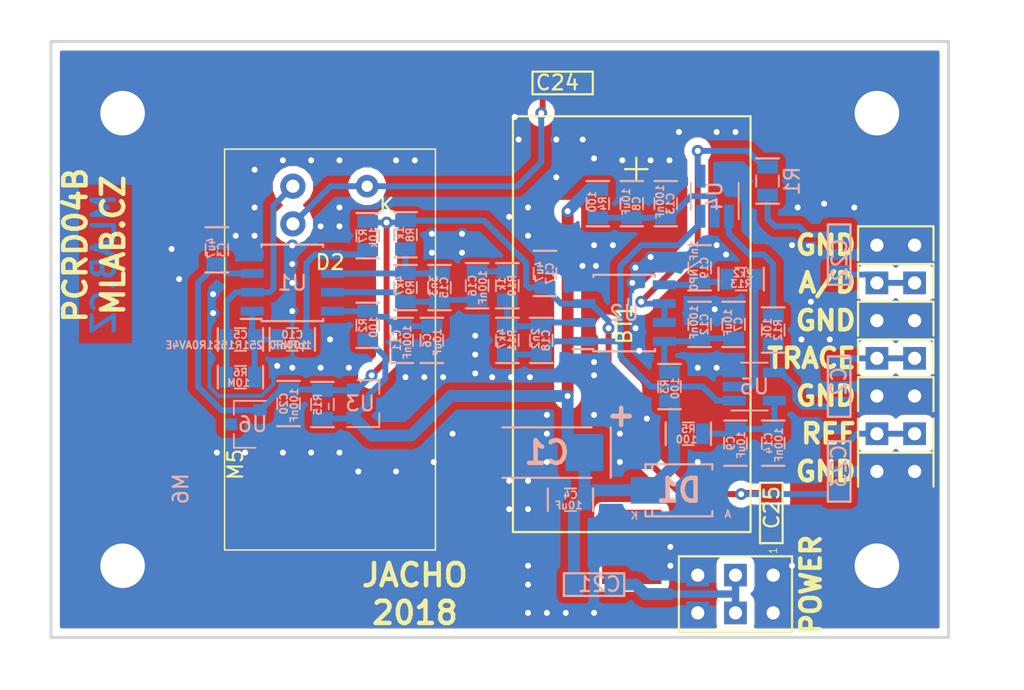
<source format=kicad_pcb>
(kicad_pcb (version 20201002) (generator pcbnew)
  (title_block (title "NAME") (date "%d. %m. %Y") (rev "REV") (company "Mlab www.mlab.cz") (comment 1 "VERSION") (comment 2 "Short description\\nTwo lines are maximum") (comment 3 "nickname <email@example.com>"))
  (layers (0 "F.Cu" signal) (31 "B.Cu" signal) (34 "B.Paste" user) (36 "B.SilkS" user "B.Silkscreen") (37 "F.SilkS" user "F.Silkscreen") (38 "B.Mask" user) (39 "F.Mask" user) (44 "Edge.Cuts" user))
  (net 0 "")
  (net 1 "GND")
  (net 2 "VCC")
  (net 3 "Net-(C10-Pad2)")
  (net 4 "/VCC1")
  (net 5 "/VCC2")
  (net 6 "/VCC3")
  (net 7 "/VCC4")
  (net 8 "Net-(C10-Pad1)")
  (net 9 "Net-(C15-Pad1)")
  (net 10 "Net-(C15-Pad2)")
  (net 11 "Net-(C16-Pad1)")
  (net 12 "Net-(C18-Pad1)")
  (net 13 "Net-(C18-Pad2)")
  (net 14 "Net-(C19-Pad1)")
  (net 15 "/#PeakDetect/Trace")
  (net 16 "/A/D")
  (net 17 "Net-(R12-Pad2)")
  (net 18 "Net-(R13-Pad2)")
  (net 19 "Net-(C2-Pad1)")
  (net 20 "/A")
  (net 21 "/K")
  (net 22 "/REF")
  (net 23 "Net-(C21-Pad3)")
  (net 24 "Net-(C22-Pad1)")
  (net 25 "Net-(C23-Pad3)")
  (net 26 "Net-(BT1-Pad1)")
  (net 27 "Net-(BT1-Pad2)")
  (net 28 "Net-(R1-Pad2)")
  (module "Mlab_Batery:CH28-2032" (layer "F.Cu") (at 39.37 -21.35 -90)
    (fp_text reference "BT1" (at 0 0.5 -90) (layer "F.SilkS"))
    (fp_text value "CH28-2032")
    (fp_text user "+" (at -10.4394 -0.1524 -90) (layer "F.SilkS") (effects (font (size 2 2))))
    (pad "1" smd rect (at -15 0 270) (size 5 4) (layers "F.Cu" "F.Paste" "F.Mask") (net 26 "Net-(BT1-Pad1)"))
    (pad "2" smd rect (at 15 0 270) (size 5 4) (layers "F.Cu" "F.Paste" "F.Mask") (net 27 "Net-(BT1-Pad2)"))
  )
  (module "Mlab_Pin_Headers:Straight_2x03" (layer "F.Cu") (at 46.355 -3.175 -90)
    (fp_text reference "J1" hide)
    (fp_text value "3.6V" hide)
    (fp_text user "1" (at -2.921 -2.54 -90) (layer "F.SilkS") (effects (font (size 0.5 0.5) (thickness 0.05))))
    (pad "1" thru_hole rect (at -1.27 -2.54 270) (size 1.524 1.524) (drill 0.889) (layers *.Cu *.Mask) (net 1 "GND"))
    (pad "2" thru_hole rect (at 1.27 -2.54 270) (size 1.524 1.524) (drill 0.889) (layers *.Cu *.Mask) (net 1 "GND"))
    (pad "3" thru_hole rect (at -1.27 0 270) (size 1.524 1.524) (drill 0.889) (layers *.Cu *.Mask) (net 23 "Net-(C21-Pad3)"))
    (pad "4" thru_hole rect (at 1.27 0 270) (size 1.524 1.524) (drill 0.889) (layers *.Cu *.Mask) (net 23 "Net-(C21-Pad3)"))
    (pad "5" thru_hole rect (at -1.27 2.54 270) (size 1.524 1.524) (drill 0.889) (layers *.Cu *.Mask) (net 1 "GND"))
    (pad "6" thru_hole rect (at 1.27 2.54 270) (size 1.524 1.524) (drill 0.889) (layers *.Cu *.Mask) (net 1 "GND"))
  )
  (module "Mlab_Pin_Headers:Straight_2x01" (layer "F.Cu") (at 57.15 -21.59 180)
    (fp_text reference "J2" hide)
    (fp_text value "HEADER_2x01_PARALLEL" hide)
    (pad "1" thru_hole rect (at -1.27 0 180) (size 1.524 1.524) (drill 0.889) (layers *.Cu *.Mask) (net 1 "GND"))
    (pad "2" thru_hole rect (at 1.27 0 180) (size 1.524 1.524) (drill 0.889) (layers *.Cu *.Mask) (net 1 "GND"))
  )
  (module "Mlab_Pin_Headers:Straight_2x01" (layer "F.Cu") (at 57.15 -19.05 180)
    (fp_text reference "J3" hide)
    (fp_text value "HEADER_2x01_PARALLEL" hide)
    (pad "1" thru_hole rect (at -1.27 0 180) (size 1.524 1.524) (drill 0.889) (layers *.Cu *.Mask) (net 15 "/#PeakDetect/Trace"))
    (pad "2" thru_hole rect (at 1.27 0 180) (size 1.524 1.524) (drill 0.889) (layers *.Cu *.Mask) (net 15 "/#PeakDetect/Trace"))
  )
  (module "Mlab_Pin_Headers:Straight_2x01" (layer "F.Cu") (at 57.15 -16.51 180)
    (fp_text reference "J4" hide)
    (fp_text value "HEADER_2x01_PARALLEL" hide)
    (pad "1" thru_hole rect (at -1.27 0 180) (size 1.524 1.524) (drill 0.889) (layers *.Cu *.Mask) (net 1 "GND"))
    (pad "2" thru_hole rect (at 1.27 0 180) (size 1.524 1.524) (drill 0.889) (layers *.Cu *.Mask) (net 1 "GND"))
  )
  (module "Mlab_Pin_Headers:Straight_2x01" (layer "F.Cu") (at 57.15 -26.67 180)
    (fp_text reference "J5" hide)
    (fp_text value "HEADER_2x01_PARALLEL" hide)
    (pad "1" thru_hole rect (at -1.27 0 180) (size 1.524 1.524) (drill 0.889) (layers *.Cu *.Mask) (net 1 "GND"))
    (pad "2" thru_hole rect (at 1.27 0 180) (size 1.524 1.524) (drill 0.889) (layers *.Cu *.Mask) (net 1 "GND"))
  )
  (module "Mlab_Pin_Headers:Straight_2x01" (layer "F.Cu") (at 57.15 -24.13 180)
    (fp_text reference "J6" hide)
    (fp_text value "HEADER_2x01_PARALLEL" hide)
    (pad "1" thru_hole rect (at -1.27 0 180) (size 1.524 1.524) (drill 0.889) (layers *.Cu *.Mask) (net 16 "/A/D"))
    (pad "2" thru_hole rect (at 1.27 0 180) (size 1.524 1.524) (drill 0.889) (layers *.Cu *.Mask) (net 16 "/A/D"))
  )
  (module "Mlab_Pin_Headers:Straight_2x01" (layer "F.Cu") (at 57.15 -11.43 180)
    (fp_text reference "J7" hide)
    (fp_text value "HEADER_2x01_PARALLEL" hide)
    (pad "1" thru_hole rect (at -1.27 0 180) (size 1.524 1.524) (drill 0.889) (layers *.Cu *.Mask) (net 1 "GND"))
    (pad "2" thru_hole rect (at 1.27 0 180) (size 1.524 1.524) (drill 0.889) (layers *.Cu *.Mask) (net 1 "GND"))
  )
  (module "Mlab_Mechanical:MountingHole_3mm" (layer "F.Cu") (at 5.08 -35.56)
    (fp_text reference "M1" hide)
    (fp_text value "HOLE" hide)
    (pad "1" thru_hole circle (at 0 0) (size 6 6) (drill 3) (layers *.Cu *.Adhes *.Mask) (net 1 "GND") (clearance 1))
  )
  (module "Mlab_Mechanical:MountingHole_3mm" (layer "F.Cu") (at 55.88 -35.56)
    (fp_text reference "M2" hide)
    (fp_text value "HOLE" hide)
    (pad "1" thru_hole circle (at 0 0) (size 6 6) (drill 3) (layers *.Cu *.Adhes *.Mask) (net 1 "GND") (clearance 1))
  )
  (module "Mlab_Mechanical:MountingHole_3mm" (layer "F.Cu") (at 55.88 -5.08)
    (fp_text reference "M3" hide)
    (fp_text value "HOLE" hide)
    (pad "1" thru_hole circle (at 0 0) (size 6 6) (drill 3) (layers *.Cu *.Adhes *.Mask) (net 1 "GND") (clearance 1))
  )
  (module "Mlab_Mechanical:MountingHole_3mm" (layer "F.Cu") (at 5.08 -5.08)
    (fp_text reference "M4" hide)
    (fp_text value "HOLE" hide)
    (pad "1" thru_hole circle (at 0 0) (size 6 6) (drill 3) (layers *.Cu *.Adhes *.Mask) (net 1 "GND") (clearance 1))
  )
  (module "Mlab_L:FIR_0805" (layer "F.Cu") (at 34.718 -37.592 180)
    (fp_text reference "C24" (at 0.3556 0.0254 180) (layer "F.SilkS"))
    (fp_text value "NFM21PC105-1uF" hide)
    (pad "1" smd rect (at -1.35 0 180) (size 1.3 1.5) (layers "F.Cu" "F.Paste" "F.Mask") (net 26 "Net-(BT1-Pad1)"))
    (pad "2" smd rect (at 0 0 180) (size 0.7 3) (layers "F.Cu" "F.Paste" "F.Mask") (net 1 "GND"))
    (pad "3" smd rect (at 1.35 0 180) (size 1.3 1.5) (layers "F.Cu" "F.Paste" "F.Mask") (net 21 "/K"))
  )
  (module "Mlab_L:FIR_0805" (layer "F.Cu") (at 48.768 -8.636 90)
    (fp_text reference "C25" (at 0.3556 0.0254 90) (layer "F.SilkS"))
    (fp_text value "NFM21PC105-1uF" hide)
    (pad "1" smd rect (at -1.35 0 90) (size 1.3 1.5) (layers "F.Cu" "F.Paste" "F.Mask") (net 27 "Net-(BT1-Pad2)"))
    (pad "2" smd rect (at 0 0 90) (size 0.7 3) (layers "F.Cu" "F.Paste" "F.Mask") (net 1 "GND"))
    (pad "3" smd rect (at 1.35 0 90) (size 1.3 1.5) (layers "F.Cu" "F.Paste" "F.Mask") (net 22 "/REF"))
  )
  (module "Mlab_Pin_Headers:Straight_2x01" (layer "F.Cu") (at 57.15 -13.97)
    (fp_text reference "J11" hide)
    (fp_text value "HEADER_2x01_PARALLEL" hide)
    (pad "1" thru_hole rect (at -1.27 0) (size 1.524 1.524) (drill 0.889) (layers *.Cu *.Mask) (net 25 "Net-(C23-Pad3)"))
    (pad "2" thru_hole rect (at 1.27 0) (size 1.524 1.524) (drill 0.889) (layers *.Cu *.Mask) (net 25 "Net-(C23-Pad3)"))
  )
  (module "Mlab_Mechanical:BMIS-209-C" (layer "F.Cu") (at 10.135 -20.79 90)
    (fp_text reference "M5" (at -8.89 2.54 90) (layer "F.SilkS"))
    (fp_text value "BMIS-209-C" hide)
    (pad "1" smd rect (at 0 0 90) (size 29 2) (layers "F.Cu" "F.Mask") (net 1 "GND"))
    (pad "1" smd rect (at 13.5 9.55 90) (size 2 20.1) (layers "F.Cu" "F.Mask") (net 1 "GND"))
    (pad "1" smd rect (at 0 19.1 90) (size 29 2) (layers "F.Cu" "F.Mask") (net 1 "GND"))
    (pad "1" smd rect (at -13.5 9.55 90) (size 2 20.1) (layers "F.Cu" "F.Mask") (net 1 "GND"))
  )
  (module "Mlab_D:HAMAMATSU_S2744-09_rozs" (layer "F.Cu") (at 19.05 -5.2 -90)
    (fp_text reference "D2" (at -20.32 0 180) (layer "F.SilkS"))
    (fp_text value "S2744-09")
    (fp_text user "K" (at -24.13 -3.81 180) (layer "F.SilkS"))
    (pad "1" thru_hole circle (at -25.44 -2.5 270) (size 1.524 1.524) (drill 0.762) (layers *.Cu *.Mask) (net 21 "/K"))
    (pad "1" thru_hole circle (at -22.9 2.5 270) (size 1.7 1.7) (drill 0.889) (layers *.Cu *.Mask) (net 21 "/K"))
    (pad "2" thru_hole circle (at -25.44 2.5 270) (size 1.7 1.7) (drill 0.889) (layers *.Cu *.Mask) (net 20 "/A"))
  )
  (module "Mlab_R:SMD-0805" (layer "B.Cu") (at 16.256 -16.002 -90)
    (fp_text reference "C20" (at 0 0.3175 -90) (layer "B.SilkS") (effects (font (size 0.50038 0.50038) (thickness 0.10922)) (justify mirror)))
    (fp_text value "100nF" (at 0.127 -0.381 -90) (layer "B.SilkS") (effects (font (size 0.50038 0.50038) (thickness 0.10922)) (justify mirror)))
    (pad "1" smd rect (at -0.9525 0 270) (size 0.889 1.397) (layers "B.Cu" "B.Paste" "B.Mask") (net 22 "/REF"))
    (pad "2" smd rect (at 0.9525 0 270) (size 0.889 1.397) (layers "B.Cu" "B.Paste" "B.Mask") (net 1 "GND"))
  )
  (module "Mlab_R:SMD-0805" (layer "B.Cu") (at 18.542 -15.9385 -90)
    (fp_text reference "R15" (at 0 0.3175 -90) (layer "B.SilkS") (effects (font (size 0.50038 0.50038) (thickness 0.10922)) (justify mirror)))
    (fp_text value "-" (at 0.127 -0.381 -90) (layer "B.SilkS") (effects (font (size 0.50038 0.50038) (thickness 0.10922)) (justify mirror)))
    (pad "1" smd rect (at -0.9525 0 270) (size 0.889 1.397) (layers "B.Cu" "B.Paste" "B.Mask") (net 22 "/REF"))
    (pad "2" smd rect (at 0.9525 0 270) (size 0.889 1.397) (layers "B.Cu" "B.Paste" "B.Mask") (net 2 "VCC"))
  )
  (module "Package_TO_SOT_SMD:SOT-23" (layer "B.Cu") (at 21.606 -16.002)
    (fp_text reference "U3" (at -0.524 0) (layer "B.SilkS") (effects (justify mirror)))
    (fp_text value "ISL21080DIH312Z-TK  1V25")
    (pad "1" smd rect (at -1 0.95) (size 0.9 0.8) (layers "B.Cu" "B.Paste" "B.Mask") (net 2 "VCC"))
    (pad "2" smd rect (at -1 -0.95) (size 0.9 0.8) (layers "B.Cu" "B.Paste" "B.Mask") (net 22 "/REF"))
    (pad "3" smd rect (at 1 0) (size 0.9 0.8) (layers "B.Cu" "B.Paste" "B.Mask") (net 1 "GND"))
  )
  (module "Package_TO_SOT_SMD:SOT-23" (layer "B.Cu") (at 13.335 -14.605 180)
    (fp_text reference "U6" (at -0.508 0 180) (layer "B.SilkS") (effects (justify mirror)))
    (fp_text value "LM4041CIM3-1.2(neosazovat)")
    (pad "1" smd rect (at -1 0.95 180) (size 0.9 0.8) (layers "B.Cu" "B.Paste" "B.Mask") (net 22 "/REF"))
    (pad "2" smd rect (at -1 -0.95 180) (size 0.9 0.8) (layers "B.Cu" "B.Paste" "B.Mask") (net 1 "GND"))
    (pad "3" smd rect (at 1 0 180) (size 0.9 0.8) (layers "B.Cu" "B.Paste" "B.Mask"))
  )
  (module "Mlab_C:TantalC_SizeC_Reflow" (layer "B.Cu") (at 33.655 -12.7 180)
    (fp_text reference "C1" (at 0 0 180) (layer "B.SilkS") (effects (font (size 1.524 1.524) (thickness 0.3048)) (justify mirror)))
    (fp_text value "47uF" hide)
    (fp_text user "+" (at -4.99872 2.55016 180) (layer "B.SilkS") (effects (font (size 1.524 1.524) (thickness 0.3048)) (justify mirror)))
    (pad "1" smd rect (at -2.52476 0 180) (size 2.55016 2.49936) (layers "B.Cu" "B.Paste" "B.Mask") (net 2 "VCC"))
    (pad "2" smd rect (at 2.52476 0 180) (size 2.55016 2.49936) (layers "B.Cu" "B.Paste" "B.Mask") (net 1 "GND"))
  )
  (module "Mlab_R:SMD-0805" (layer "B.Cu") (at 11.43 -26.3525 90)
    (fp_text reference "C3" (at 0 0.3175 90) (layer "B.SilkS") (effects (font (size 0.50038 0.50038) (thickness 0.10922)) (justify mirror)))
    (fp_text value "4u7" (at 0.127 -0.381 90) (layer "B.SilkS") (effects (font (size 0.50038 0.50038) (thickness 0.10922)) (justify mirror)))
    (pad "1" smd rect (at -0.9525 0 90) (size 0.889 1.397) (layers "B.Cu" "B.Paste" "B.Mask") (net 22 "/REF"))
    (pad "2" smd rect (at 0.9525 0 90) (size 0.889 1.397) (layers "B.Cu" "B.Paste" "B.Mask") (net 1 "GND"))
  )
  (module "Mlab_R:SMD-0805" (layer "B.Cu") (at 35.2425 -9.525 180)
    (fp_text reference "C4" (at 0 0.3175 180) (layer "B.SilkS") (effects (font (size 0.50038 0.50038) (thickness 0.10922)) (justify mirror)))
    (fp_text value "10uF" (at 0.127 -0.381 180) (layer "B.SilkS") (effects (font (size 0.50038 0.50038) (thickness 0.10922)) (justify mirror)))
    (pad "1" smd rect (at -0.9525 0 180) (size 0.889 1.397) (layers "B.Cu" "B.Paste" "B.Mask") (net 2 "VCC"))
    (pad "2" smd rect (at 0.9525 0 180) (size 0.889 1.397) (layers "B.Cu" "B.Paste" "B.Mask") (net 1 "GND"))
  )
  (module "Mlab_R:SMD-0805" (layer "B.Cu") (at 13.0175 -20.32 180)
    (fp_text reference "C5" (at 0 0.3175 180) (layer "B.SilkS") (effects (font (size 0.50038 0.50038) (thickness 0.10922)) (justify mirror)))
    (fp_text value "1pFNP0 251R15S1R0AV4E" (at 0.127 -0.381 180) (layer "B.SilkS") (effects (font (size 0.50038 0.50038) (thickness 0.10922)) (justify mirror)))
    (pad "1" smd rect (at -0.9525 0 180) (size 0.889 1.397) (layers "B.Cu" "B.Paste" "B.Mask") (net 3 "Net-(C10-Pad2)"))
    (pad "2" smd rect (at 0.9525 0 180) (size 0.889 1.397) (layers "B.Cu" "B.Paste" "B.Mask") (net 20 "/A"))
  )
  (module "Mlab_R:SMD-0805" (layer "B.Cu") (at 25.908 -20.2565 -90)
    (fp_text reference "C6" (at 0 0.3175 -90) (layer "B.SilkS") (effects (font (size 0.50038 0.50038) (thickness 0.10922)) (justify mirror)))
    (fp_text value "10uF" (at 0.127 -0.381 -90) (layer "B.SilkS") (effects (font (size 0.50038 0.50038) (thickness 0.10922)) (justify mirror)))
    (pad "1" smd rect (at -0.9525 0 270) (size 0.889 1.397) (layers "B.Cu" "B.Paste" "B.Mask") (net 4 "/VCC1"))
    (pad "2" smd rect (at 0.9525 0 270) (size 0.889 1.397) (layers "B.Cu" "B.Paste" "B.Mask") (net 1 "GND"))
  )
  (module "Mlab_R:SMD-0805" (layer "B.Cu") (at 46.228 -21.336 90)
    (fp_text reference "C7" (at 0 0.3175 90) (layer "B.SilkS") (effects (font (size 0.50038 0.50038) (thickness 0.10922)) (justify mirror)))
    (fp_text value "10uF" (at 0.127 -0.381 90) (layer "B.SilkS") (effects (font (size 0.50038 0.50038) (thickness 0.10922)) (justify mirror)))
    (pad "1" smd rect (at -0.9525 0 90) (size 0.889 1.397) (layers "B.Cu" "B.Paste" "B.Mask") (net 5 "/VCC2"))
    (pad "2" smd rect (at 0.9525 0 90) (size 0.889 1.397) (layers "B.Cu" "B.Paste" "B.Mask") (net 1 "GND"))
  )
  (module "Mlab_R:SMD-0805" (layer "B.Cu") (at 39.37 -29.464 90)
    (fp_text reference "C8" (at 0 0.3175 90) (layer "B.SilkS") (effects (font (size 0.50038 0.50038) (thickness 0.10922)) (justify mirror)))
    (fp_text value "10uF" (at 0.127 -0.381 90) (layer "B.SilkS") (effects (font (size 0.50038 0.50038) (thickness 0.10922)) (justify mirror)))
    (pad "1" smd rect (at -0.9525 0 90) (size 0.889 1.397) (layers "B.Cu" "B.Paste" "B.Mask") (net 6 "/VCC3"))
    (pad "2" smd rect (at 0.9525 0 90) (size 0.889 1.397) (layers "B.Cu" "B.Paste" "B.Mask") (net 1 "GND"))
  )
  (module "Mlab_R:SMD-0805" (layer "B.Cu") (at 46.355 -13.335 -90)
    (fp_text reference "C9" (at 0 0.3175 -90) (layer "B.SilkS") (effects (font (size 0.50038 0.50038) (thickness 0.10922)) (justify mirror)))
    (fp_text value "10uF" (at 0.127 -0.381 -90) (layer "B.SilkS") (effects (font (size 0.50038 0.50038) (thickness 0.10922)) (justify mirror)))
    (pad "1" smd rect (at -0.9525 0 270) (size 0.889 1.397) (layers "B.Cu" "B.Paste" "B.Mask") (net 7 "/VCC4"))
    (pad "2" smd rect (at 0.9525 0 270) (size 0.889 1.397) (layers "B.Cu" "B.Paste" "B.Mask") (net 1 "GND"))
  )
  (module "Mlab_R:SMD-0805" (layer "B.Cu") (at 16.51 -20.32 180)
    (fp_text reference "C10" (at 0 0.3175 180) (layer "B.SilkS") (effects (font (size 0.50038 0.50038) (thickness 0.10922)) (justify mirror)))
    (fp_text value "100nF" (at 0.127 -0.381 180) (layer "B.SilkS") (effects (font (size 0.50038 0.50038) (thickness 0.10922)) (justify mirror)))
    (pad "1" smd rect (at -0.9525 0 180) (size 0.889 1.397) (layers "B.Cu" "B.Paste" "B.Mask") (net 8 "Net-(C10-Pad1)"))
    (pad "2" smd rect (at 0.9525 0 180) (size 0.889 1.397) (layers "B.Cu" "B.Paste" "B.Mask") (net 3 "Net-(C10-Pad2)"))
  )
  (module "Mlab_R:SMD-0805" (layer "B.Cu") (at 23.876 -20.2565 -90)
    (fp_text reference "C11" (at 0 0.3175 -90) (layer "B.SilkS") (effects (font (size 0.50038 0.50038) (thickness 0.10922)) (justify mirror)))
    (fp_text value "100nF" (at 0.127 -0.381 -90) (layer "B.SilkS") (effects (font (size 0.50038 0.50038) (thickness 0.10922)) (justify mirror)))
    (pad "1" smd rect (at -0.9525 0 270) (size 0.889 1.397) (layers "B.Cu" "B.Paste" "B.Mask") (net 4 "/VCC1"))
    (pad "2" smd rect (at 0.9525 0 270) (size 0.889 1.397) (layers "B.Cu" "B.Paste" "B.Mask") (net 1 "GND"))
  )
  (module "Mlab_R:SMD-0805" (layer "B.Cu") (at 43.942 -21.336 90)
    (fp_text reference "C12" (at 0 0.3175 90) (layer "B.SilkS") (effects (font (size 0.50038 0.50038) (thickness 0.10922)) (justify mirror)))
    (fp_text value "100nF" (at 0.127 -0.381 90) (layer "B.SilkS") (effects (font (size 0.50038 0.50038) (thickness 0.10922)) (justify mirror)))
    (pad "1" smd rect (at -0.9525 0 90) (size 0.889 1.397) (layers "B.Cu" "B.Paste" "B.Mask") (net 5 "/VCC2"))
    (pad "2" smd rect (at 0.9525 0 90) (size 0.889 1.397) (layers "B.Cu" "B.Paste" "B.Mask") (net 1 "GND"))
  )
  (module "Mlab_R:SMD-0805" (layer "B.Cu") (at 41.656 -29.464 90)
    (fp_text reference "C13" (at 0 0.3175 90) (layer "B.SilkS") (effects (font (size 0.50038 0.50038) (thickness 0.10922)) (justify mirror)))
    (fp_text value "100nF" (at 0.127 -0.381 90) (layer "B.SilkS") (effects (font (size 0.50038 0.50038) (thickness 0.10922)) (justify mirror)))
    (pad "1" smd rect (at -0.9525 0 90) (size 0.889 1.397) (layers "B.Cu" "B.Paste" "B.Mask") (net 6 "/VCC3"))
    (pad "2" smd rect (at 0.9525 0 90) (size 0.889 1.397) (layers "B.Cu" "B.Paste" "B.Mask") (net 1 "GND"))
  )
  (module "Mlab_R:SMD-0805" (layer "B.Cu") (at 48.895 -13.335 -90)
    (fp_text reference "C14" (at 0 0.3175 -90) (layer "B.SilkS") (effects (font (size 0.50038 0.50038) (thickness 0.10922)) (justify mirror)))
    (fp_text value "100nF" (at 0.127 -0.381 -90) (layer "B.SilkS") (effects (font (size 0.50038 0.50038) (thickness 0.10922)) (justify mirror)))
    (pad "1" smd rect (at -0.9525 0 270) (size 0.889 1.397) (layers "B.Cu" "B.Paste" "B.Mask") (net 7 "/VCC4"))
    (pad "2" smd rect (at 0.9525 0 270) (size 0.889 1.397) (layers "B.Cu" "B.Paste" "B.Mask") (net 1 "GND"))
  )
  (module "Mlab_R:SMD-0805" (layer "B.Cu") (at 26.416 -23.8125 90)
    (fp_text reference "C15" (at 0 0.3175 90) (layer "B.SilkS") (effects (font (size 0.50038 0.50038) (thickness 0.10922)) (justify mirror)))
    (fp_text value "3n3" (at 0.127 -0.381 90) (layer "B.SilkS") (effects (font (size 0.50038 0.50038) (thickness 0.10922)) (justify mirror)))
    (pad "1" smd rect (at -0.9525 0 90) (size 0.889 1.397) (layers "B.Cu" "B.Paste" "B.Mask") (net 9 "Net-(C15-Pad1)"))
    (pad "2" smd rect (at 0.9525 0 90) (size 0.889 1.397) (layers "B.Cu" "B.Paste" "B.Mask") (net 10 "Net-(C15-Pad2)"))
  )
  (module "Mlab_R:SMD-0805" (layer "B.Cu") (at 28.956 -23.9395 -90)
    (fp_text reference "C16" (at 0 0.3175 -90) (layer "B.SilkS") (effects (font (size 0.50038 0.50038) (thickness 0.10922)) (justify mirror)))
    (fp_text value "100nF" (at 0.127 -0.381 -90) (layer "B.SilkS") (effects (font (size 0.50038 0.50038) (thickness 0.10922)) (justify mirror)))
    (pad "1" smd rect (at -0.9525 0 270) (size 0.889 1.397) (layers "B.Cu" "B.Paste" "B.Mask") (net 11 "Net-(C16-Pad1)"))
    (pad "2" smd rect (at 0.9525 0 270) (size 0.889 1.397) (layers "B.Cu" "B.Paste" "B.Mask") (net 9 "Net-(C15-Pad1)"))
  )
  (module "Mlab_R:SMD-0805" (layer "B.Cu") (at 33.528 -24.765 90)
    (fp_text reference "C17" (at 0 0.3175 90) (layer "B.SilkS") (effects (font (size 0.50038 0.50038) (thickness 0.10922)) (justify mirror)))
    (fp_text value "4u7" (at 0.127 -0.381 90) (layer "B.SilkS") (effects (font (size 0.50038 0.50038) (thickness 0.10922)) (justify mirror)))
    (pad "1" smd rect (at -0.9525 0 90) (size 0.889 1.397) (layers "B.Cu" "B.Paste" "B.Mask") (net 22 "/REF"))
    (pad "2" smd rect (at 0.9525 0 90) (size 0.889 1.397) (layers "B.Cu" "B.Paste" "B.Mask") (net 1 "GND"))
  )
  (module "Mlab_R:SMD-0805" (layer "B.Cu") (at 33.274 -20.2565 90)
    (fp_text reference "C18" (at 0 0.3175 90) (layer "B.SilkS") (effects (font (size 0.50038 0.50038) (thickness 0.10922)) (justify mirror)))
    (fp_text value "2n2" (at 0.127 -0.381 90) (layer "B.SilkS") (effects (font (size 0.50038 0.50038) (thickness 0.10922)) (justify mirror)))
    (pad "1" smd rect (at -0.9525 0 90) (size 0.889 1.397) (layers "B.Cu" "B.Paste" "B.Mask") (net 12 "Net-(C18-Pad1)"))
    (pad "2" smd rect (at 0.9525 0 90) (size 0.889 1.397) (layers "B.Cu" "B.Paste" "B.Mask") (net 13 "Net-(C18-Pad2)"))
  )
  (module "Mlab_R:SMD-0805" (layer "B.Cu") (at 43.942 -25.146 90)
    (fp_text reference "C19" (at 0 0.3175 90) (layer "B.SilkS") (effects (font (size 0.50038 0.50038) (thickness 0.10922)) (justify mirror)))
    (fp_text value "1nF/NP0" (at 0.127 -0.381 90) (layer "B.SilkS") (effects (font (size 0.50038 0.50038) (thickness 0.10922)) (justify mirror)))
    (pad "1" smd rect (at -0.9525 0 90) (size 0.889 1.397) (layers "B.Cu" "B.Paste" "B.Mask") (net 14 "Net-(C19-Pad1)"))
    (pad "2" smd rect (at 0.9525 0 90) (size 0.889 1.397) (layers "B.Cu" "B.Paste" "B.Mask") (net 1 "GND"))
  )
  (module "Mlab_D:Diode-SMA_Standard" (layer "B.Cu") (at 42.545 -10.16 180)
    (fp_text reference "D1" (at 0 0 180) (layer "B.SilkS") (effects (font (size 1.524 1.524) (thickness 0.3048)) (justify mirror)))
    (fp_text value "M4" hide)
    (fp_text user "A" (at -3.29946 -1.6002 180) (layer "B.SilkS") (effects (font (size 0.50038 0.50038) (thickness 0.09906)) (justify mirror)))
    (fp_text user "K" (at 2.99974 -1.69926 180) (layer "B.SilkS") (effects (font (size 0.50038 0.50038) (thickness 0.09906)) (justify mirror)))
    (pad "1" smd rect (at 1.99898 0 180) (size 2.49936 1.80086) (layers "B.Cu" "B.Paste" "B.Mask") (net 2 "VCC"))
    (pad "2" smd rect (at -1.99898 0 180) (size 2.49936 1.80086) (layers "B.Cu" "B.Paste" "B.Mask") (net 1 "GND"))
  )
  (module "Mlab_R:SMD-0805" (layer "B.Cu") (at 41.91 -17.145 -90)
    (fp_text reference "R3" (at 0 0.3175 -90) (layer "B.SilkS") (effects (font (size 0.50038 0.50038) (thickness 0.10922)) (justify mirror)))
    (fp_text value "100" (at 0.127 -0.381 -90) (layer "B.SilkS") (effects (font (size 0.50038 0.50038) (thickness 0.10922)) (justify mirror)))
    (pad "1" smd rect (at -0.9525 0 270) (size 0.889 1.397) (layers "B.Cu" "B.Paste" "B.Mask") (net 5 "/VCC2"))
    (pad "2" smd rect (at 0.9525 0 270) (size 0.889 1.397) (layers "B.Cu" "B.Paste" "B.Mask") (net 2 "VCC"))
  )
  (module "Mlab_R:SMD-0805" (layer "B.Cu") (at 37.084 -29.464 90)
    (fp_text reference "R4" (at 0 0.3175 90) (layer "B.SilkS") (effects (font (size 0.50038 0.50038) (thickness 0.10922)) (justify mirror)))
    (fp_text value "100" (at 0.127 -0.381 90) (layer "B.SilkS") (effects (font (size 0.50038 0.50038) (thickness 0.10922)) (justify mirror)))
    (pad "1" smd rect (at -0.9525 0 90) (size 0.889 1.397) (layers "B.Cu" "B.Paste" "B.Mask") (net 6 "/VCC3"))
    (pad "2" smd rect (at 0.9525 0 90) (size 0.889 1.397) (layers "B.Cu" "B.Paste" "B.Mask") (net 2 "VCC"))
  )
  (module "Mlab_R:SMD-0805" (layer "B.Cu") (at 43.18 -13.97 180)
    (fp_text reference "R5" (at 0 0.3175 180) (layer "B.SilkS") (effects (font (size 0.50038 0.50038) (thickness 0.10922)) (justify mirror)))
    (fp_text value "100" (at 0.127 -0.381 180) (layer "B.SilkS") (effects (font (size 0.50038 0.50038) (thickness 0.10922)) (justify mirror)))
    (pad "1" smd rect (at -0.9525 0 180) (size 0.889 1.397) (layers "B.Cu" "B.Paste" "B.Mask") (net 7 "/VCC4"))
    (pad "2" smd rect (at 0.9525 0 180) (size 0.889 1.397) (layers "B.Cu" "B.Paste" "B.Mask") (net 2 "VCC"))
  )
  (module "Mlab_R:SMD-0805" (layer "B.Cu") (at 13.0175 -17.78 180)
    (fp_text reference "R6" (at 0 0.3175 180) (layer "B.SilkS") (effects (font (size 0.50038 0.50038) (thickness 0.10922)) (justify mirror)))
    (fp_text value "10M" (at 0.127 -0.381 180) (layer "B.SilkS") (effects (font (size 0.50038 0.50038) (thickness 0.10922)) (justify mirror)))
    (pad "1" smd rect (at -0.9525 0 180) (size 0.889 1.397) (layers "B.Cu" "B.Paste" "B.Mask") (net 3 "Net-(C10-Pad2)"))
    (pad "2" smd rect (at 0.9525 0 180) (size 0.889 1.397) (layers "B.Cu" "B.Paste" "B.Mask") (net 20 "/A"))
  )
  (module "Mlab_R:SMD-0805" (layer "B.Cu") (at 21.59 -27.305 -90)
    (fp_text reference "R7" (at 0 0.3175 -90) (layer "B.SilkS") (effects (font (size 0.50038 0.50038) (thickness 0.10922)) (justify mirror)))
    (fp_text value "10k" (at 0.127 -0.381 -90) (layer "B.SilkS") (effects (font (size 0.50038 0.50038) (thickness 0.10922)) (justify mirror)))
    (pad "1" smd rect (at -0.9525 0 270) (size 0.889 1.397) (layers "B.Cu" "B.Paste" "B.Mask") (net 22 "/REF"))
    (pad "2" smd rect (at 0.9525 0 270) (size 0.889 1.397) (layers "B.Cu" "B.Paste" "B.Mask") (net 8 "Net-(C10-Pad1)"))
  )
  (module "Mlab_R:SMD-0805" (layer "B.Cu") (at 24.13 -27.3685 90)
    (fp_text reference "R8" (at 0 0.3175 90) (layer "B.SilkS") (effects (font (size 0.50038 0.50038) (thickness 0.10922)) (justify mirror)))
    (fp_text value "1k" (at 0.127 -0.381 90) (layer "B.SilkS") (effects (font (size 0.50038 0.50038) (thickness 0.10922)) (justify mirror)))
    (pad "1" smd rect (at -0.9525 0 90) (size 0.889 1.397) (layers "B.Cu" "B.Paste" "B.Mask") (net 10 "Net-(C15-Pad2)"))
    (pad "2" smd rect (at 0.9525 0 90) (size 0.889 1.397) (layers "B.Cu" "B.Paste" "B.Mask") (net 22 "/REF"))
  )
  (module "Mlab_R:SMD-0805" (layer "B.Cu") (at 24.13 -23.8125 90)
    (fp_text reference "R9" (at 0 0.3175 90) (layer "B.SilkS") (effects (font (size 0.50038 0.50038) (thickness 0.10922)) (justify mirror)))
    (fp_text value "4k7" (at 0.127 -0.381 90) (layer "B.SilkS") (effects (font (size 0.50038 0.50038) (thickness 0.10922)) (justify mirror)))
    (pad "1" smd rect (at -0.9525 0 90) (size 0.889 1.397) (layers "B.Cu" "B.Paste" "B.Mask") (net 9 "Net-(C15-Pad1)"))
    (pad "2" smd rect (at 0.9525 0 90) (size 0.889 1.397) (layers "B.Cu" "B.Paste" "B.Mask") (net 10 "Net-(C15-Pad2)"))
  )
  (module "Mlab_R:SMD-0805" (layer "B.Cu") (at 30.988 -23.9395 90)
    (fp_text reference "R10" (at 0 0.3175 90) (layer "B.SilkS") (effects (font (size 0.50038 0.50038) (thickness 0.10922)) (justify mirror)))
    (fp_text value "1k" (at 0.127 -0.381 90) (layer "B.SilkS") (effects (font (size 0.50038 0.50038) (thickness 0.10922)) (justify mirror)))
    (pad "1" smd rect (at -0.9525 0 90) (size 0.889 1.397) (layers "B.Cu" "B.Paste" "B.Mask") (net 13 "Net-(C18-Pad2)"))
    (pad "2" smd rect (at 0.9525 0 90) (size 0.889 1.397) (layers "B.Cu" "B.Paste" "B.Mask") (net 11 "Net-(C16-Pad1)"))
  )
  (module "Mlab_R:SMD-0805" (layer "B.Cu") (at 30.988 -20.2565 90)
    (fp_text reference "R11" (at 0 0.3175 90) (layer "B.SilkS") (effects (font (size 0.50038 0.50038) (thickness 0.10922)) (justify mirror)))
    (fp_text value "4k7" (at 0.127 -0.381 90) (layer "B.SilkS") (effects (font (size 0.50038 0.50038) (thickness 0.10922)) (justify mirror)))
    (pad "1" smd rect (at -0.9525 0 90) (size 0.889 1.397) (layers "B.Cu" "B.Paste" "B.Mask") (net 12 "Net-(C18-Pad1)"))
    (pad "2" smd rect (at 0.9525 0 90) (size 0.889 1.397) (layers "B.Cu" "B.Paste" "B.Mask") (net 13 "Net-(C18-Pad2)"))
  )
  (module "Mlab_R:SMD-0805" (layer "B.Cu") (at 48.895 -20.955 90)
    (fp_text reference "R12" (at 0 0.3175 90) (layer "B.SilkS") (effects (font (size 0.50038 0.50038) (thickness 0.10922)) (justify mirror)))
    (fp_text value "10k" (at 0.127 -0.381 90) (layer "B.SilkS") (effects (font (size 0.50038 0.50038) (thickness 0.10922)) (justify mirror)))
    (pad "1" smd rect (at -0.9525 0 90) (size 0.889 1.397) (layers "B.Cu" "B.Paste" "B.Mask") (net 19 "Net-(C2-Pad1)"))
    (pad "2" smd rect (at 0.9525 0 90) (size 0.889 1.397) (layers "B.Cu" "B.Paste" "B.Mask") (net 17 "Net-(R12-Pad2)"))
  )
  (module "Mlab_R:SMD-0805" (layer "B.Cu") (at 46.736 -24.384)
    (fp_text reference "R13" (at 0 0.3175) (layer "B.SilkS") (effects (font (size 0.50038 0.50038) (thickness 0.10922)) (justify mirror)))
    (fp_text value "2k2" (at 0.127 -0.381) (layer "B.SilkS") (effects (font (size 0.50038 0.50038) (thickness 0.10922)) (justify mirror)))
    (pad "1" smd rect (at -0.9525 0) (size 0.889 1.397) (layers "B.Cu" "B.Paste" "B.Mask") (net 14 "Net-(C19-Pad1)"))
    (pad "2" smd rect (at 0.9525 0) (size 0.889 1.397) (layers "B.Cu" "B.Paste" "B.Mask") (net 18 "Net-(R13-Pad2)"))
  )
  (module "Mlab_IO:SOIC-8_3.9x4.9mm_Pitch1.27mm" (layer "B.Cu") (at 16.51 -24.13)
    (fp_text reference "U1" (at 0 0) (layer "B.SilkS") (effects (justify mirror)))
    (fp_text value "OPA2314" hide)
    (pad "1" smd rect (at -2.7 1.905) (size 1.55 0.6) (layers "B.Cu" "B.Paste" "B.Mask") (net 3 "Net-(C10-Pad2)"))
    (pad "2" smd rect (at -2.7 0.635) (size 1.55 0.6) (layers "B.Cu" "B.Paste" "B.Mask") (net 20 "/A"))
    (pad "3" smd rect (at -2.7 -0.635) (size 1.55 0.6) (layers "B.Cu" "B.Paste" "B.Mask") (net 22 "/REF"))
    (pad "4" smd rect (at -2.7 -1.905) (size 1.55 0.6) (layers "B.Cu" "B.Paste" "B.Mask") (net 1 "GND"))
    (pad "5" smd rect (at 2.7 -1.905) (size 1.55 0.6) (layers "B.Cu" "B.Paste" "B.Mask") (net 8 "Net-(C10-Pad1)"))
    (pad "6" smd rect (at 2.7 -0.635) (size 1.55 0.6) (layers "B.Cu" "B.Paste" "B.Mask") (net 10 "Net-(C15-Pad2)"))
    (pad "7" smd rect (at 2.7 0.635) (size 1.55 0.6) (layers "B.Cu" "B.Paste" "B.Mask") (net 9 "Net-(C15-Pad1)"))
    (pad "8" smd rect (at 2.7 1.905) (size 1.55 0.6) (layers "B.Cu" "B.Paste" "B.Mask") (net 4 "/VCC1"))
  )
  (module "Package_TO_SOT_SMD:SOT-23-5_HandSoldering" (layer "B.Cu") (at 44.958 -29.972 90)
    (fp_text reference "U4" (at 0 0 90) (layer "B.SilkS") (effects (justify mirror)))
    (fp_text value "TS7211")
    (pad "1" smd rect (at -1.35 0.95 90) (size 1.56 0.65) (layers "B.Cu" "B.Paste" "B.Mask") (net 17 "Net-(R12-Pad2)"))
    (pad "2" smd rect (at -1.35 0 90) (size 1.56 0.65) (layers "B.Cu" "B.Paste" "B.Mask") (net 6 "/VCC3"))
    (pad "3" smd rect (at -1.35 -0.95 90) (size 1.56 0.65) (layers "B.Cu" "B.Paste" "B.Mask") (net 12 "Net-(C18-Pad1)"))
    (pad "4" smd rect (at 1.35 -0.95 90) (size 1.56 0.65) (layers "B.Cu" "B.Paste" "B.Mask") (net 28 "Net-(R1-Pad2)"))
    (pad "5" smd rect (at 1.35 0.95 90) (size 1.56 0.65) (layers "B.Cu" "B.Paste" "B.Mask") (net 1 "GND"))
  )
  (module "Package_TO_SOT_SMD:SOT-23-5_HandSoldering" (layer "B.Cu") (at 47.625 -17.145)
    (fp_text reference "U5" (at 0 0) (layer "B.SilkS") (effects (justify mirror)))
    (fp_text value "TS5A4594")
    (pad "1" smd rect (at -1.35 0.95) (size 1.56 0.65) (layers "B.Cu" "B.Paste" "B.Mask") (net 12 "Net-(C18-Pad1)"))
    (pad "2" smd rect (at -1.35 0) (size 1.56 0.65) (layers "B.Cu" "B.Paste" "B.Mask") (net 18 "Net-(R13-Pad2)"))
    (pad "3" smd rect (at -1.35 -0.95) (size 1.56 0.65) (layers "B.Cu" "B.Paste" "B.Mask") (net 1 "GND"))
    (pad "4" smd rect (at 1.35 -0.95) (size 1.56 0.65) (layers "B.Cu" "B.Paste" "B.Mask") (net 19 "Net-(C2-Pad1)"))
    (pad "5" smd rect (at 1.35 0.95) (size 1.56 0.65) (layers "B.Cu" "B.Paste" "B.Mask") (net 7 "/VCC4"))
  )
  (module "Mlab_R:SMD-0805" (layer "B.Cu") (at 21.59 -21.2725 -90)
    (fp_text reference "R2" (at 0 0.3175 -90) (layer "B.SilkS") (effects (font (size 0.50038 0.50038) (thickness 0.10922)) (justify mirror)))
    (fp_text value "100" (at 0.127 -0.381 -90) (layer "B.SilkS") (effects (font (size 0.50038 0.50038) (thickness 0.10922)) (justify mirror)))
    (pad "1" smd rect (at -0.9525 0 270) (size 0.889 1.397) (layers "B.Cu" "B.Paste" "B.Mask") (net 4 "/VCC1"))
    (pad "2" smd rect (at 0.9525 0 270) (size 0.889 1.397) (layers "B.Cu" "B.Paste" "B.Mask") (net 2 "VCC"))
  )
  (module "Mlab_IO:SOIC-8_3.9x4.9mm_Pitch1.27mm" (layer "B.Cu") (at 38.862 -22.098)
    (fp_text reference "U2" (at 0 0) (layer "B.SilkS") (effects (justify mirror)))
    (fp_text value "OPA2314" hide)
    (pad "1" smd rect (at -2.7 1.905) (size 1.55 0.6) (layers "B.Cu" "B.Paste" "B.Mask") (net 12 "Net-(C18-Pad1)"))
    (pad "2" smd rect (at -2.7 0.635) (size 1.55 0.6) (layers "B.Cu" "B.Paste" "B.Mask") (net 13 "Net-(C18-Pad2)"))
    (pad "3" smd rect (at -2.7 -0.635) (size 1.55 0.6) (layers "B.Cu" "B.Paste" "B.Mask") (net 22 "/REF"))
    (pad "4" smd rect (at -2.7 -1.905) (size 1.55 0.6) (layers "B.Cu" "B.Paste" "B.Mask") (net 1 "GND"))
    (pad "5" smd rect (at 2.7 -1.905) (size 1.55 0.6) (layers "B.Cu" "B.Paste" "B.Mask") (net 14 "Net-(C19-Pad1)"))
    (pad "6" smd rect (at 2.7 -0.635) (size 1.55 0.6) (layers "B.Cu" "B.Paste" "B.Mask") (net 28 "Net-(R1-Pad2)"))
    (pad "7" smd rect (at 2.7 0.635) (size 1.55 0.6) (layers "B.Cu" "B.Paste" "B.Mask") (net 28 "Net-(R1-Pad2)"))
    (pad "8" smd rect (at 2.7 1.905) (size 1.55 0.6) (layers "B.Cu" "B.Paste" "B.Mask") (net 5 "/VCC2"))
  )
  (module "Mlab_R:SMD-0805" (layer "B.Cu") (at 48.514 -30.988 90)
    (fp_text reference "R1" (at 0 1.65 90) (layer "B.SilkS") (effects (justify mirror)))
    (fp_text value "10R" hide)
    (pad "1" smd rect (at -0.9525 0 90) (size 0.889 1.397) (layers "B.Cu" "B.Paste" "B.Mask") (net 24 "Net-(C22-Pad1)"))
    (pad "2" smd rect (at 0.9525 0 90) (size 0.889 1.397) (layers "B.Cu" "B.Paste" "B.Mask") (net 28 "Net-(R1-Pad2)"))
  )
  (module "Mlab_L:FIR_0805" (layer "B.Cu") (at 53.34 -17.145 90)
    (fp_text reference "C2" (at 0.3556 -0.0254 270) (layer "B.SilkS") (effects (justify mirror)))
    (fp_text value "NFM21CC221R1H3D-220pF" hide)
    (pad "1" smd rect (at -1.35 0 90) (size 1.3 1.5) (layers "B.Cu" "B.Paste" "B.Mask") (net 19 "Net-(C2-Pad1)"))
    (pad "2" smd rect (at 0 0 90) (size 0.7 3) (layers "B.Cu" "B.Paste" "B.Mask") (net 1 "GND"))
    (pad "3" smd rect (at 1.35 0 90) (size 1.3 1.5) (layers "B.Cu" "B.Paste" "B.Mask") (net 15 "/#PeakDetect/Trace"))
  )
  (module "Mlab_L:FIR_0805" (layer "B.Cu") (at 36.83 -3.81)
    (fp_text reference "C21" (at 0.3556 -0.0254 180) (layer "B.SilkS") (effects (justify mirror)))
    (fp_text value "NFM21PC105-1uF" hide)
    (pad "1" smd rect (at -1.35 0) (size 1.3 1.5) (layers "B.Cu" "B.Paste" "B.Mask") (net 2 "VCC"))
    (pad "2" smd rect (at 0 0) (size 0.7 3) (layers "B.Cu" "B.Paste" "B.Mask") (net 1 "GND"))
    (pad "3" smd rect (at 1.35 0) (size 1.3 1.5) (layers "B.Cu" "B.Paste" "B.Mask") (net 23 "Net-(C21-Pad3)"))
  )
  (module "Mlab_L:FIR_0805" (layer "B.Cu") (at 53.34 -26.035 -90)
    (fp_text reference "C22" (at 0.3556 -0.0254 90) (layer "B.SilkS") (effects (justify mirror)))
    (fp_text value "NFM21CC221R1H3D-220pF" hide)
    (pad "1" smd rect (at -1.35 0 270) (size 1.3 1.5) (layers "B.Cu" "B.Paste" "B.Mask") (net 24 "Net-(C22-Pad1)"))
    (pad "2" smd rect (at 0 0 270) (size 0.7 3) (layers "B.Cu" "B.Paste" "B.Mask") (net 1 "GND"))
    (pad "3" smd rect (at 1.35 0 270) (size 1.3 1.5) (layers "B.Cu" "B.Paste" "B.Mask") (net 16 "/A/D"))
  )
  (module "Mlab_L:FIR_0805" (layer "B.Cu") (at 53.34 -11.43 90)
    (fp_text reference "C23" (at 0.3556 -0.0254 270) (layer "B.SilkS") (effects (justify mirror)))
    (fp_text value "NFM21PC105-1uF" hide)
    (pad "1" smd rect (at -1.35 0 90) (size 1.3 1.5) (layers "B.Cu" "B.Paste" "B.Mask") (net 22 "/REF"))
    (pad "2" smd rect (at 0 0 90) (size 0.7 3) (layers "B.Cu" "B.Paste" "B.Mask") (net 1 "GND"))
    (pad "3" smd rect (at 1.35 0 90) (size 1.3 1.5) (layers "B.Cu" "B.Paste" "B.Mask") (net 25 "Net-(C23-Pad3)"))
  )
  (module "Mlab_Mechanical:BMI-S-210-F" (layer "B.Cu") (at 6.985 -6.35)
    (fp_text reference "M6" (at 2.01 -3.915 -270) (layer "B.SilkS") (effects (justify mirror)))
    (fp_text value "BMI-S-210-F")
    (pad "1" smd rect (at 37.4 -0.5) (size 3.8 1) (layers "B.Cu" "B.Paste" "B.Mask") (net 1 "GND"))
    (pad "1" smd rect (at 31.4 -30.8) (size 3.8 1) (layers "B.Cu" "B.Paste" "B.Mask") (net 1 "GND"))
    (pad "1" smd rect (at 0.5 -18.65) (size 1 3.8) (layers "B.Cu" "B.Paste" "B.Mask") (net 1 "GND"))
    (pad "1" smd rect (at 44.3 -24.65) (size 1 3.8) (layers "B.Cu" "B.Paste" "B.Mask") (net 1 "GND"))
    (pad "1" smd rect (at 37.4 -30.8) (size 3.8 1) (layers "B.Cu" "B.Paste" "B.Mask") (net 1 "GND"))
    (pad "1" smd rect (at 19.4 -0.5) (size 3.8 1) (layers "B.Cu" "B.Paste" "B.Mask") (net 1 "GND"))
    (pad "1" smd rect (at 1.65 -1.275) (size 3.3 2.55) (layers "B.Cu" "B.Paste" "B.Mask") (net 1 "GND"))
    (pad "1" smd rect (at 25.4 -0.5) (size 3.8 1) (layers "B.Cu" "B.Paste" "B.Mask") (net 1 "GND"))
    (pad "1" smd rect (at 7.4 -30.8) (size 3.8 1) (layers "B.Cu" "B.Paste" "B.Mask") (net 1 "GND"))
    (pad "1" smd rect (at 43.15 -1.275) (size 3.3 2.55) (layers "B.Cu" "B.Paste" "B.Mask") (net 1 "GND"))
    (pad "1" smd rect (at 0.5 -12.65) (size 1 3.8) (layers "B.Cu" "B.Paste" "B.Mask") (net 1 "GND"))
    (pad "1" smd rect (at 0.5 -6.65) (size 1 3.8) (layers "B.Cu" "B.Paste" "B.Mask") (net 1 "GND"))
    (pad "1" smd rect (at 25.4 -30.8) (size 3.8 1) (layers "B.Cu" "B.Paste" "B.Mask") (net 1 "GND"))
    (pad "1" smd rect (at 13.4 -0.5) (size 3.8 1) (layers "B.Cu" "B.Paste" "B.Mask") (net 1 "GND"))
    (pad "1" smd rect (at 13.4 -30.8) (size 3.8 1) (layers "B.Cu" "B.Paste" "B.Mask") (net 1 "GND"))
    (pad "1" smd rect (at 1.65 -30.025) (size 3.3 2.55) (layers "B.Cu" "B.Paste" "B.Mask") (net 1 "GND"))
    (pad "1" smd rect (at 43.15 -30.025) (size 3.3 2.55) (layers "B.Cu" "B.Paste" "B.Mask") (net 1 "GND"))
    (pad "1" smd rect (at 7.4 -0.5) (size 3.8 1) (layers "B.Cu" "B.Paste" "B.Mask") (net 1 "GND"))
    (pad "1" smd rect (at 19.4 -30.8) (size 3.8 1) (layers "B.Cu" "B.Paste" "B.Mask") (net 1 "GND"))
    (pad "1" smd rect (at 31.4 -0.5) (size 3.8 1) (layers "B.Cu" "B.Paste" "B.Mask") (net 1 "GND"))
    (pad "1" smd rect (at 44.3 -12.65) (size 1 3.8) (layers "B.Cu" "B.Paste" "B.Mask") (net 1 "GND"))
    (pad "1" smd rect (at 0.5 -24.65) (size 1 3.8) (layers "B.Cu" "B.Paste" "B.Mask") (net 1 "GND"))
    (pad "1" smd rect (at 44.3 -6.65) (size 1 3.8) (layers "B.Cu" "B.Paste" "B.Mask") (net 1 "GND"))
    (pad "1" smd rect (at 44.3 -18.65) (size 1 3.8) (layers "B.Cu" "B.Paste" "B.Mask") (net 1 "GND"))
  )
  (gr_line (start 0.254 -40.386) (end 60.706 -40.386) (layer "Edge.Cuts") (width 0.2))
  (gr_line (start 60.706 -0.254) (end 60.706 -40.386) (layer "Edge.Cuts") (width 0.2))
  (gr_line (start 0.254 -0.254) (end 60.706 -0.254) (layer "Edge.Cuts") (width 0.2))
  (gr_line (start 0.254 -0.254) (end 0.254 -40.386) (layer "Edge.Cuts") (width 0.2))
  (gr_text "MLAB.CZ" (at 3.81 -25.4 90) (layer "B.Cu") (effects (font (size 1.5 1.5) (thickness 0.3)) (justify mirror)))
  (gr_text "POWER" (at 51.435 -3.81 90) (layer "F.SilkS") (effects (font (size 1.3 1.3) (thickness 0.3))))
  (gr_text "TRACE" (at 54.61 -19.05) (layer "F.SilkS") (effects (font (size 1.3 1.3) (thickness 0.3)) (justify right)))
  (gr_text "GND" (at 54.61 -21.59) (layer "F.SilkS") (effects (font (size 1.3 1.3) (thickness 0.3)) (justify right)))
  (gr_text "GND" (at 54.61 -26.67) (layer "F.SilkS") (effects (font (size 1.3 1.3) (thickness 0.3)) (justify right)))
  (gr_text "GND" (at 54.61 -16.51) (layer "F.SilkS") (effects (font (size 1.3 1.3) (thickness 0.3)) (justify right)))
  (gr_text "GND" (at 54.61 -11.43) (layer "F.SilkS") (effects (font (size 1.3 1.3) (thickness 0.3)) (justify right)))
  (gr_text "A/D" (at 54.61 -24.13) (layer "F.SilkS") (effects (font (size 1.3 1.3) (thickness 0.3)) (justify right)))
  (gr_text "REF" (at 54.61 -13.97) (layer "F.SilkS") (effects (font (size 1.3 1.3) (thickness 0.3)) (justify right)))
  (gr_text "JACHO" (at 24.765 -4.445) (layer "F.SilkS") (effects (font (size 1.5 1.5) (thickness 0.3))))
  (gr_text "2018" (at 24.765 -1.905) (layer "F.SilkS") (effects (font (size 1.5 1.5) (thickness 0.3))))
  (gr_text "MLAB.CZ" (at 4.445 -26.67 90) (layer "F.SilkS") (effects (font (size 1.5 1.5) (thickness 0.3))))
  (gr_text "PCRD04B" (at 1.905 -26.67 90) (layer "F.SilkS") (effects (font (size 1.5 1.5) (thickness 0.3))))
  (segment (start 36.83 -21.092306) (end 36.83 -17.907) (width 0.25) (layer "F.Cu") (net 1))
  (segment (start 28.829 -19.304) (end 28.829 -20.574) (width 0.4) (layer "F.Cu") (net 1))
  (segment (start 55.88 -27.682) (end 55.88 -26.67) (width 0.25) (layer "F.Cu") (net 1))
  (segment (start 38.1 -26.67) (end 36.83 -26.67) (width 0.4) (layer "F.Cu") (net 1))
  (segment (start 23.495 -11.43) (end 25.4 -11.43) (width 0.25) (layer "F.Cu") (net 1))
  (segment (start 40.64 -32.385) (end 41.91 -32.385) (width 0.25) (layer "F.Cu") (net 1))
  (segment (start 28.829 -18.034) (end 29.718 -18.034) (width 0.25) (layer "F.Cu") (net 1))
  (segment (start 36.824998 -1.910002) (end 36.83 -1.905) (width 0.25) (layer "F.Cu") (net 1))
  (segment (start 45.72 -26.035) (end 45.72 -23.114) (width 0.4) (layer "F.Cu") (net 1))
  (segment (start 38.354 -22.352) (end 36.576 -21.844) (width 0.25) (layer "F.Cu") (net 1))
  (segment (start 38.735 -29.845) (end 39.37 -29.845) (width 0.25) (layer "F.Cu") (net 1))
  (segment (start 31.115 -10.795) (end 31.115 -8.89) (width 0.25) (layer "F.Cu") (net 1))
  (segment (start 36.576 -21.844) (end 36.83 -21.092306) (width 0.25) (layer "F.Cu") (net 1))
  (segment (start 27.305 -29.845) (end 38.735 -29.845) (width 0.25) (layer "F.Cu") (net 1))
  (segment (start 13.97 -29.21) (end 13.97 -31.75) (width 0.25) (layer "F.Cu") (net 1))
  (segment (start 33.655 -15.24) (end 33.655 -13.97) (width 0.25) (layer "F.Cu") (net 1))
  (segment (start 19.685 -32.385) (end 23.495 -32.385) (width 0.25) (layer "F.Cu") (net 1))
  (segment (start 36.052 -25.273) (end 36.957 -25.273) (width 0.25) (layer "F.Cu") (net 1))
  (segment (start 19.685 -27.94) (end 18.395565 -26.650565) (width 0.25) (layer "F.Cu") (net 1))
  (segment (start 11.176 -22.098) (end 11.176 -23.368) (width 0.25) (layer "F.Cu") (net 1))
  (segment (start 40.64 -25.87) (end 40.64 -25.362) (width 0.4) (layer "F.Cu") (net 1))
  (segment (start 19.685 -29.21) (end 18.415 -27.94) (width 0.25) (layer "F.Cu") (net 1))
  (segment (start 39.624 -21.082) (end 39.624 -19.812) (width 0.25) (layer "F.Cu") (net 1))
  (segment (start 25.908 -27.432) (end 25.908 -26.162) (width 0.25) (layer "F.Cu") (net 1))
  (segment (start 24.765 -32.385) (end 27.305 -29.845) (width 0.25) (layer "F.Cu") (net 1))
  (segment (start 54.356 -29.21) (end 54.927251 -28.634749) (width 0.25) (layer "F.Cu") (net 1))
  (segment (start 41.970002 -6.35) (end 41.970002 -5.08) (width 0.25) (layer "F.Cu") (net 1))
  (segment (start 31.115 -28.575) (end 29.083 -28.575) (width 0.25) (layer "F.Cu") (net 1))
  (segment (start 25.4 -11.43) (end 26.035 -12.065) (width 0.25) (layer "F.Cu") (net 1))
  (segment (start 51.435 -20.955) (end 50.8 -20.32) (width 0.25) (layer "F.Cu") (net 1))
  (segment (start 50.8 -29.464) (end 50.546 -29.21) (width 0.25) (layer "F.Cu") (net 1))
  (segment (start 54.927251 -28.634749) (end 55.88 -27.682) (width 0.25) (layer "F.Cu") (net 1))
  (segment (start 34.29 -31.242) (end 34.29 -32.004) (width 0.4) (layer "F.Cu") (net 1))
  (segment (start 12.7 -27.305) (end 13.97 -27.305) (width 0.25) (layer "F.Cu") (net 1))
  (segment (start 32.385 -8.89) (end 32.385 -10.795) (width 0.25) (layer "F.Cu") (net 1))
  (segment (start 42.545 -34.29) (end 45.085 -34.29) (width 0.25) (layer "F.Cu") (net 1))
  (segment (start 45.72 -23.114) (end 44.958 -22.352) (width 0.4) (layer "F.Cu") (net 1))
  (segment (start 40.17 -19.699698) (end 38.354 -22.352) (width 0.25) (layer "F.Cu") (net 1))
  (segment (start 36.957 -32.385) (end 36.83 -32.512) (width 0.4) (layer "F.Cu") (net 1))
  (segment (start 15.875 -32.385) (end 17.78 -32.385) (width 0.25) (layer "F.Cu") (net 1))
  (segment (start 32.385 -27.305) (end 31.115 -28.575) (width 0.4) (layer "F.Cu") (net 1))
  (segment (start 40.386 -14.986) (end 40.17 -19.699698) (width 0.25) (layer "F.Cu") (net 1))
  (segment (start 12.7 -27.305) (end 9.271 -27.305) (width 0.25) (layer "F.Cu") (net 1))
  (segment (start 34.29 -33.782) (end 31.75 -33.782) (width 0.4) (layer "F.Cu") (net 1))
  (segment (start 36.83 -17.907) (end 36.83 -15.24) (width 0.25) (layer "F.Cu") (net 1))
  (segment (start 29.083 -28.575) (end 27.94 -27.432) (width 0.25) (layer "F.Cu") (net 1))
  (segment (start 39.37 -31.75) (end 38.735 -32.385) (width 0.25) (layer "F.Cu") (net 1))
  (segment (start 39.624 -19.812) (end 39.878 -19.558) (width 0.25) (layer "F.Cu") (net 1))
  (segment (start 34.29 -6.344998) (end 34.29 -9.525) (width 0.25) (layer "F.Cu") (net 1))
  (segment (start 24.13 -17.78) (end 25.4 -17.78) (width 0.25) (layer "F.Cu") (net 1))
  (segment (start 15.875 -12.7) (end 17.78 -12.7) (width 0.25) (layer "F.Cu") (net 1))
  (segment (start 18.415 -18.415) (end 20.32 -18.415) (width 0.25) (layer "F.Cu") (net 1))
  (segment (start 16.51 -25.4) (end 16.51 -24.13) (width 0.25) (layer "F.Cu") (net 1))
  (segment (start 45.085 -18.415) (end 43.815 -18.415) (width 0.4) (layer "F.Cu") (net 1))
  (segment (start 40.336372 -25.87) (end 39.618186 -25.151814) (width 0.4) (layer "F.Cu") (net 1))
  (segment (start 18.395565 -26.650565) (end 16.509457 -26.650565) (width 0.25) (layer "F.Cu") (net 1))
  (segment (start 19.685 -12.7) (end 20.955 -11.43) (width 0.25) (layer "F.Cu") (net 1))
  (segment (start 31.242 -17.78) (end 32.512 -17.78) (width 0.25) (layer "F.Cu") (net 1))
  (segment (start 15.875 -12.7) (end 13.335 -12.7) (width 0.25) (layer "F.Cu") (net 1))
  (segment (start 32.385 -5.08) (end 32.385 -3.81) (width 0.25) (layer "F.Cu") (net 1))
  (segment (start 39.37 -29.845) (end 39.37 -31.75) (width 0.25) (layer "F.Cu") (net 1))
  (segment (start 36.824998 -3.81) (end 34.29 -6.344998) (width 0.25) (layer "F.Cu") (net 1))
  (segment (start 40.64 -25.362) (end 39.408 -24.13) (width 0.4) (layer "F.Cu") (net 1))
  (segment (start 51.435 -22.86) (end 51.435 -20.955) (width 0.25) (layer "F.Cu") (net 1))
  (segment (start 36.83 -18.796) (end 36.83 -17.907) (width 0.25) (layer "F.Cu") (net 1))
  (segment (start 36.824998 -3.81) (end 36.824998 -1.910002) (width 0.25) (layer "F.Cu") (net 1))
  (segment (start 40.64 -25.87) (end 40.336372 -25.87) (width 0.4) (layer "F.Cu") (net 1))
  (segment (start 38.57 -12.065) (end 38.57 -13.97) (width 0.25) (layer "F.Cu") (net 1))
  (segment (start 38.735 -32.385) (end 36.957 -32.385) (width 0.4) (layer "F.Cu") (net 1))
  (segment (start 9.271 -27.305) (end 8.382 -26.416) (width 0.25) (layer "F.Cu") (net 1))
  (segment (start 34.29 -32.004) (end 36.068 -33.782) (width 0.4) (layer "F.Cu") (net 1))
  (segment (start 34.925 -1.905) (end 33.655 -1.905) (width 0.25) (layer "F.Cu") (net 1))
  (segment (start 29.718 -18.034) (end 29.972 -17.78) (width 0.25) (layer "F.Cu") (net 1))
  (segment (start 52.324 -29.464) (end 50.8 -29.464) (width 0.25) (layer "F.Cu") (net 1))
  (via (at 17.78 -12.7) (size 0.8) (drill 0.4) (layers "F.Cu" "B.Cu") (net 1))
  (via (at 41.970002 -6.35) (size 0.8) (drill 0.4) (layers "F.Cu" "B.Cu") (net 1))
  (via (at 36.957 -25.273) (size 0.8) (drill 0.4) (layers "F.Cu" "B.Cu") (net 1))
  (via (at 39.624 -21.082) (size 0.8) (drill 0.4) (layers "F.Cu" "B.Cu") (net 1))
  (via (at 25.908 -27.432) (size 0.8) (drill 0.4) (layers "F.Cu" "B.Cu") (net 1))
  (via (at 40.386 -14.986) (size 0.8) (drill 0.4) (layers "F.Cu" "B.Cu") (net 1))
  (via (at 39.408 -24.13) (size 0.8) (drill 0.4) (layers "F.Cu" "B.Cu") (net 1))
  (via (at 40.64 -32.385) (size 0.8) (drill 0.4) (layers "F.Cu" "B.Cu") (net 1))
  (via (at 29.972 -17.78) (size 0.8) (drill 0.4) (layers "F.Cu" "B.Cu") (net 1))
  (via (at 16.51 -25.4) (size 0.8) (drill 0.4) (layers "F.Cu" "B.Cu") (net 1))
  (via (at 31.115 -10.795) (size 0.8) (drill 0.4) (layers "F.Cu" "B.Cu") (net 1))
  (via (at 45.72 -26.035) (size 0.8) (drill 0.4) (layers "F.Cu" "B.Cu") (net 1))
  (via (at 36.068 -33.782) (size 0.8) (drill 0.4) (layers "F.Cu" "B.Cu") (net 1))
  (via (at 31.242 -17.78) (size 0.8) (drill 0.4) (layers "F.Cu" "B.Cu") (net 1))
  (via (at 18.415 -18.415) (size 0.8) (drill 0.4) (layers "F.Cu" "B.Cu") (net 1))
  (via (at 46.355 -34.29) (size 0.8) (drill 0.4) (layers "F.Cu" "B.Cu") (net 1))
  (via (at 27.94 -26.162) (size 0.8) (drill 0.4) (layers "F.Cu" "B.Cu") (net 1))
  (via (at 31.115 -8.89) (size 0.8) (drill 0.4) (layers "F.Cu" "B.Cu") (net 1))
  (via (at 33.655 -12.065) (size 0.8) (drill 0.4) (layers "F.Cu" "B.Cu") (net 1))
  (via (at 12.7 -27.305) (size 0.8) (drill 0.4) (layers "F.Cu" "B.Cu") (net 1))
  (via (at 34.29 -33.782) (size 0.8) (drill 0.4) (layers "F.Cu" "B.Cu") (net 1))
  (via (at 19.685 -12.7) (size 0.8) (drill 0.4) (layers "F.Cu" "B.Cu") (net 1))
  (via (at 33.655 -15.24) (size 0.8) (drill 0.4) (layers "F.Cu" "B.Cu") (net 1))
  (via (at 32.385 -5.08) (size 0.8) (drill 0.4) (layers "F.Cu" "B.Cu") (net 1))
  (via (at 32.385 -8.89) (size 0.8) (drill 0.4) (layers "F.Cu" "B.Cu") (net 1))
  (via (at 40.64 -25.87) (size 0.8) (drill 0.4) (layers "F.Cu" "B.Cu") (net 1))
  (via (at 15.875 -32.385) (size 0.8) (drill 0.4) (layers "F.Cu" "B.Cu") (net 1))
  (via (at 33.655 -1.905) (size 0.8) (drill 0.4) (layers "F.Cu" "B.Cu") (net 1))
  (via (at 19.685 -27.94) (size 0.8) (drill 0.4) (layers "F.Cu" "B.Cu") (net 1))
  (via (at 8.382 -26.416) (size 0.8) (drill 0.4) (layers "F.Cu" "B.Cu") (net 1))
  (via (at 18.415 -27.94) (size 0.8) (drill 0.4) (layers "F.Cu" "B.Cu") (net 1))
  (via (at 27.94 -27.432) (size 0.8) (drill 0.4) (layers "F.Cu" "B.Cu") (net 1))
  (via (at 24.13 -17.78) (size 0.8) (drill 0.4) (layers "F.Cu" "B.Cu") (net 1))
  (via (at 23.495 -11.43) (size 0.8) (drill 0.4) (layers "F.Cu" "B.Cu") (net 1))
  (via (at 36.83 -26.67) (size 0.8) (drill 0.4) (layers "F.Cu" "B.Cu") (net 1))
  (via (at 38.1 -26.67) (size 0.8) (drill 0.4) (layers "F.Cu" "B.Cu") (net 1))
  (via (at 54.356 -29.21) (size 0.8) (drill 0.4) (layers "F.Cu" "B.Cu") (net 1))
  (via (at 31.115 -28.575) (size 0.8) (drill 0.4) (layers "F.Cu" "B.Cu") (net 1))
  (via (at 13.97 -29.21) (size 0.8) (drill 0.4) (layers "F.Cu" "B.Cu") (net 1))
  (via (at 50.546 -29.21) (size 0.8) (drill 0.4) (layers "F.Cu" "B.Cu") (net 1))
  (via (at 50.165 -5.08) (size 0.8) (drill 0.4) (layers "F.Cu" "B.Cu") (net 1))
  (via (at 31.75 -33.782) (size 0.8) (drill 0.4) (layers "F.Cu" "B.Cu") (net 1))
  (via (at 36.83 -15.24) (size 0.8) (drill 0.4) (layers "F.Cu" "B.Cu") (net 1))
  (via (at 13.97 -27.305) (size 0.8) (drill 0.4) (layers "F.Cu" "B.Cu") (net 1))
  (via (at 41.91 -32.385) (size 0.8) (drill 0.4) (layers "F.Cu" "B.Cu") (net 1))
  (via (at 36.052 -25.273) (size 0.8) (drill 0.4) (layers "F.Cu" "B.Cu") (net 1))
  (via (at 16.51 -24.13) (size 0.8) (drill 0.4) (layers "F.Cu" "B.Cu") (net 1))
  (via (at 32.385 -29.21) (size 0.8) (drill 0.4) (layers "F.Cu" "B.Cu") (net 1))
  (via (at 11.176 -22.098) (size 0.8) (drill 0.4) (layers "F.Cu" "B.Cu") (net 1))
  (via (at 23.495 -32.385) (size 0.8) (drill 0.4) (layers "F.Cu" "B.Cu") (net 1))
  (via (at 25.4 -17.78) (size 0.8) (drill 0.4) (layers "F.Cu" "B.Cu") (net 1))
  (via (at 38.57 -13.97) (size 0.8) (drill 0.4) (layers "F.Cu" "B.Cu") (net 1))
  (via (at 32.385 -1.905) (size 0.8) (drill 0.4) (layers "F.Cu" "B.Cu") (net 1))
  (via (at 28.829 -18.034) (size 0.8) (drill 0.4) (layers "F.Cu" "B.Cu") (net 1))
  (via (at 36.83 -1.905) (size 0.8) (drill 0.4) (layers "F.Cu" "B.Cu") (net 1))
  (via (at 17.78 -32.385) (size 0.8) (drill 0.4) (layers "F.Cu" "B.Cu") (net 1))
  (via (at 39.618186 -25.151814) (size 0.8) (drill 0.4) (layers "F.Cu" "B.Cu") (net 1))
  (via (at 20.32 -18.415) (size 0.8) (drill 0.4) (layers "F.Cu" "B.Cu") (net 1))
  (via (at 11.176 -23.368) (size 0.8) (drill 0.4) (layers "F.Cu" "B.Cu") (net 1))
  (via (at 15.494 -18.542) (size 0.8) (drill 0.4) (layers "F.Cu" "B.Cu") (net 1))
  (via (at 34.925 -1.905) (size 0.8) (drill 0.4) (layers "F.Cu" "B.Cu") (net 1))
  (via (at 36.83 -32.512) (size 0.8) (drill 0.4) (layers "F.Cu" "B.Cu") (net 1))
  (via (at 19.685 -29.21) (size 0.8) (drill 0.4) (layers "F.Cu" "B.Cu") (net 1))
  (via (at 51.435 -22.86) (size 0.8) (drill 0.4) (layers "F.Cu" "B.Cu") (net 1))
  (via (at 20.955 -11.43) (size 0.8) (drill 0.4) (layers "F.Cu" "B.Cu") (net 1))
  (via (at 8.89 -24.384) (size 0.8) (drill 0.4) (layers "F.Cu" "B.Cu") (net 1))
  (via (at 16.509457 -26.650565) (size 0.8) (drill 0.4) (layers "F.Cu" "B.Cu") (net 1))
  (via (at 50.8 -20.32) (size 0.8) (drill 0.4) (layers "F.Cu" "B.Cu") (net 1))
  (via (at 16.51 -22.225) (size 0.8) (drill 0.4) (layers "F.Cu" "B.Cu") (net 1))
  (via (at 15.875 -12.7) (size 0.8) (drill 0.4) (layers "F.Cu" "B.Cu") (net 1))
  (via (at 36.83 -17.907) (size 0.8) (drill 0.4) (layers "F.Cu" "B.Cu") (net 1))
  (via (at 38.57 -12.065) (size 0.8) (drill 0.4) (layers "F.Cu" "B.Cu") (net 1))
  (via (at 19.685 -32.385) (size 0.8) (drill 0.4) (layers "F.Cu" "B.Cu") (net 1))
  (via (at 45.085 -18.415) (size 0.8) (drill 0.4) (layers "F.Cu" "B.Cu") (net 1))
  (via (at 39.878 -19.558) (size 0.8) (drill 0.4) (layers "F.Cu" "B.Cu") (net 1))
  (via (at 13.335 -12.7) (size 0.8) (drill 0.4) (layers "F.Cu" "B.Cu") (net 1))
  (via (at 43.815 -12.065) (size 0.8) (drill 0.4) (layers "F.Cu" "B.Cu") (net 1))
  (via (at 36.83 -18.796) (size 0.8) (drill 0.4) (layers "F.Cu" "B.Cu") (net 1))
  (via (at 11.43 -12.7) (size 0.8) (drill 0.4) (layers "F.Cu" "B.Cu") (net 1))
  (via (at 27.305 -13.97) (size 0.8) (drill 0.4) (layers "F.Cu" "B.Cu") (net 1))
  (via (at 26.035 -12.065) (size 0.8) (drill 0.4) (layers "F.Cu" "B.Cu") (net 1))
  (via (at 42.545 -34.29) (size 0.8) (drill 0.4) (layers "F.Cu" "B.Cu") (net 1))
  (via (at 52.324 -29.464) (size 0.8) (drill 0.4) (layers "F.Cu" "B.Cu") (net 1))
  (via (at 16.51 -18.415) (size 0.8) (drill 0.4) (layers "F.Cu" "B.Cu") (net 1))
  (via (at 32.512 -17.78) (size 0.8) (drill 0.4) (layers "F.Cu" "B.Cu") (net 1))
  (via (at 13.97 -31.75) (size 0.8) (drill 0.4) (layers "F.Cu" "B.Cu") (net 1))
  (via (at 25.908 -26.162) (size 0.8) (drill 0.4) (layers "F.Cu" "B.Cu") (net 1))
  (via (at 44.958 -22.352) (size 0.8) (drill 0.4) (layers "F.Cu" "B.Cu") (net 1))
  (via (at 45.085 -34.29) (size 0.8) (drill 0.4) (layers "F.Cu" "B.Cu") (net 1))
  (via (at 50.165 -26.67) (size 0.8) (drill 0.4) (layers "F.Cu" "B.Cu") (net 1))
  (via (at 32.385 -27.305) (size 0.8) (drill 0.4) (layers "F.Cu" "B.Cu") (net 1))
  (via (at 26.67 -17.78) (size 0.8) (drill 0.4) (layers "F.Cu" "B.Cu") (net 1))
  (via (at 33.655 -13.97) (size 0.8) (drill 0.4) (layers "F.Cu" "B.Cu") (net 1))
  (via (at 32.385 -10.795) (size 0.8) (drill 0.4) (layers "F.Cu" "B.Cu") (net 1))
  (via (at 28.829 -20.574) (size 0.8) (drill 0.4) (layers "F.Cu" "B.Cu") (net 1))
  (via (at 32.385 -3.81) (size 0.8) (drill 0.4) (layers "F.Cu" "B.Cu") (net 1))
  (via (at 19.05 -20.32) (size 0.8) (drill 0.4) (layers "F.Cu" "B.Cu") (net 1))
  (via (at 41.970002 -5.08) (size 0.8) (drill 0.4) (layers "F.Cu" "B.Cu") (net 1))
  (via (at 34.29 -31.242) (size 0.8) (drill 0.4) (layers "F.Cu" "B.Cu") (net 1))
  (via (at 31.496 -35.306) (size 0.8) (drill 0.4) (layers "F.Cu" "B.Cu") (net 1))
  (via (at 38.735 -32.385) (size 0.8) (drill 0.4) (layers "F.Cu" "B.Cu") (net 1))
  (via (at 52.705 -20.32) (size 0.8) (drill 0.4) (layers "F.Cu" "B.Cu") (net 1))
  (via (at 28.829 -19.304) (size 0.8) (drill 0.4) (layers "F.Cu" "B.Cu") (net 1))
  (via (at 43.815 -18.415) (size 0.8) (drill 0.4) (layers "F.Cu" "B.Cu") (net 1))
  (via (at 24.765 -32.385) (size 0.8) (drill 0.4) (layers "F.Cu" "B.Cu") (net 1))
  (via (at 45.085 -26.67) (size 0.8) (drill 0.4) (layers "F.Cu" "B.Cu") (net 1))
  (segment (start 44.54398 -11.33602) (end 43.815 -12.065) (width 0.25) (layer "B.Cu") (net 1))
  (segment (start 33.528 -26.162) (end 32.385 -27.305) (width 0.4) (layer "B.Cu") (net 1))
  (segment (start 41.91 -32.385) (end 41.91 -33.655) (width 0.25) (layer "B.Cu") (net 1))
  (segment (start 31.75 -28.575) (end 32.385 -29.21) (width 0.4) (layer "B.Cu") (net 1))
  (segment (start 20.32 -18.415) (end 20.32 -19.05) (width 0.25) (layer "B.Cu") (net 1))
  (segment (start 15.621 -18.415) (end 15.494 -18.542) (width 0.25) (layer "B.Cu") (net 1))
  (segment (start 45.6565 -26.0985) (end 45.72 -26.035) (width 0.4) (layer "B.Cu") (net 1))
  (segment (start 45.0215 -22.2885) (end 44.958 -22.352) (width 0.25) (layer "B.Cu") (net 1))
  (segment (start 39.408 -24.13) (end 39.408 -23.564315) (width 0.25) (layer "B.Cu") (net 1))
  (segment (start 20.955 -11.43) (end 23.495 -11.43) (width 0.25) (layer "B.Cu") (net 1))
  (segment (start 54.356 -29.21) (end 53.153251 -28.634749) (width 0.25) (layer "B.Cu") (net 1))
  (segment (start 46.228 -22.2885) (end 45.0215 -22.2885) (width 0.25) (layer "B.Cu") (net 1))
  (segment (start 22.606 -16.256) (end 24.13 -17.78) (width 0.25) (layer "B.Cu") (net 1))
  (segment (start 25.908 -26.162) (end 27.94 -26.162) (width 0.25) (layer "B.Cu") (net 1))
  (segment (start 16.51 -18.415) (end 15.944315 -18.415) (width 0.25) (layer "B.Cu") (net 1))
  (segment (start 44.54398 -10.16) (end 44.54398 -11.33602) (width 0.25) (layer "B.Cu") (net 1))
  (segment (start 13.335 -12.7) (end 11.43 -12.7) (width 0.25) (layer "B.Cu") (net 1))
  (segment (start 43.942 -26.0985) (end 45.6565 -26.0985) (width 0.4) (layer "B.Cu") (net 1))
  (segment (start 16.51 -18.415) (end 18.415 -18.415) (width 0.25) (layer "B.Cu") (net 1))
  (segment (start 26.035 -12.065) (end 26.035 -12.7) (width 0.25) (layer "B.Cu") (net 1))
  (segment (start 23.495 -32.385) (end 24.765 -32.385) (width 0.25) (layer "B.Cu") (net 1))
  (segment (start 15.24 -31.75) (end 15.875 -32.385) (width 0.25) (layer "B.Cu") (net 1))
  (segment (start 17.78 -12.7) (end 19.685 -12.7) (width 0.25) (layer "B.Cu") (net 1))
  (segment (start 27.559 -19.304) (end 28.829 -18.034) (width 0.25) (layer "B.Cu") (net 1))
  (segment (start 50.135 -5.11) (end 50.165 -5.08) (width 0.25) (layer "B.Cu") (net 1))
  (segment (start 40.386 -14.986) (end 38.808602 -12.303602) (width 0.25) (layer "B.Cu") (net 1))
  (segment (start 26.035 -12.7) (end 27.305 -13.97) (width 0.25) (layer "B.Cu") (net 1))
  (segment (start 10.922 -18.542) (end 10.922 -23.368) (width 0.25) (layer "B.Cu") (net 1))
  (segment (start 39.279999 -23.436314) (end 39.279999 -21.426001) (width 0.25) (layer "B.Cu") (net 1))
  (segment (start 36.162 -24.003) (end 36.162 -25.163) (width 0.25) (layer "B.Cu") (net 1))
  (segment (start 46.275 -18.095) (end 45.405 -18.095) (width 0.4) (layer "B.Cu") (net 1))
  (segment (start 27.305 -13.97) (end 32.385 -13.97) (width 0.25) (layer "B.Cu") (net 1))
  (segment (start 13.97 -31.75) (end 15.24 -31.75) (width 0.25) (layer "B.Cu") (net 1))
  (segment (start 36.83 -32.512) (end 35.56 -32.512) (width 0.4) (layer "B.Cu") (net 1))
  (segment (start 45.085 -34.29) (end 46.355 -34.29) (width 0.25) (layer "B.Cu") (net 1))
  (segment (start 39.279999 -21.426001) (end 39.624 -21.082) (width 0.25) (layer "B.Cu") (net 1))
  (segment (start 39.408 -23.564315) (end 39.279999 -23.436314) (width 0.25) (layer "B.Cu") (net 1))
  (segment (start 16.51 -18.415) (end 15.621 -18.415) (width 0.25) (layer "B.Cu") (net 1))
  (segment (start 10.922 -17.125476) (end 10.922 -18.542) (width 0.25) (layer "B.Cu") (net 1))
  (segment (start 16.256 -15.0495) (end 16.256 -13.081) (width 0.25) (layer "B.Cu") (net 1))
  (segment (start 50.8 -26.035) (end 50.165 -26.67) (width 0.25) (layer "B.Cu") (net 1))
  (segment (start 14.385 -37.15) (end 14.385 -28.99) (width 0.25) (layer "B.Cu") (net 1))
  (segment (start 45.405 -18.095) (end 45.085 -18.415) (width 0.4) (layer "B.Cu") (net 1))
  (segment (start 31.115 -28.575) (end 30.137001 -29.552999) (width 0.25) (layer "B.Cu") (net 1))
  (segment (start 40.805 -26.035) (end 40.64 -25.87) (width 0.4) (layer "B.Cu") (net 1))
  (segment (start 50.135 -7.625) (end 50.135 -5.11) (width 0.25) (layer "B.Cu") (net 1))
  (segment (start 11.537476 -16.51) (end 10.922 -17.125476) (width 0.25) (layer "B.Cu") (net 1))
  (segment (start 32.385 -6.85) (end 32.385 -5.08) (width 0.25) (layer "B.Cu") (net 1))
  (segment (start 41.91 -33.655) (end 42.545 -34.29) (width 0.25) (layer "B.Cu") (net 1))
  (segment (start 32.385 -6.85) (end 32.385 -8.89) (width 0.25) (layer "B.Cu") (net 1))
  (segment (start 13.97 -27.305) (end 13.97 -29.21) (width 0.25) (layer "B.Cu") (net 1))
  (segment (start 32.385 -13.97) (end 33.655 -15.24) (width 0.25) (layer "B.Cu") (net 1))
  (segment (start 36.957 -25.527) (end 38.1 -26.67) (width 0.4) (layer "B.Cu") (net 1))
  (segment (start 36.957 -25.273) (end 36.957 -25.527) (width 0.4) (layer "B.Cu") (net 1))
  (segment (start 15.944315 -18.415) (end 15.817315 -18.288) (width 0.25) (layer "B.Cu") (net 1))
  (segment (start 18.415 -27.94) (end 19.685 -27.94) (width 0.25) (layer "B.Cu") (net 1))
  (segment (start 22.606 -16.002) (end 22.606 -16.256) (width 0.25) (layer "B.Cu") (net 1))
  (segment (start 20.32 -19.05) (end 19.05 -20.32) (width 0.25) (layer "B.Cu") (net 1))
  (segment (start 31.75 -33.782) (end 31.75 -35.052) (width 0.4) (layer "B.Cu") (net 1))
  (segment (start 10.922 -18.542) (end 10.922 -21.844) (width 0.25) (layer "B.Cu") (net 1))
  (segment (start 15.232499 -17.703184) (end 15.232499 -17.314497) (width 0.25) (layer "B.Cu") (net 1))
  (segment (start 15.232499 -17.314497) (end 14.428002 -16.51) (width 0.25) (layer "B.Cu") (net 1))
  (segment (start 38.735 -32.385) (end 40.64 -32.385) (width 0.25) (layer "B.Cu") (net 1))
  (segment (start 14.385 -28.99) (end 12.7 -27.305) (width 0.25) (layer "B.Cu") (net 1))
  (segment (start 8.382 -26.416) (end 8.382 -24.892) (width 0.25) (layer "B.Cu") (net 1))
  (segment (start 36.83 -1.905) (end 34.925 -1.905) (width 0.25) (layer "B.Cu") (net 1))
  (segment (start 53.153251 -28.634749) (end 52.324 -29.464) (width 0.25) (layer "B.Cu") (net 1))
  (segment (start 31.115 -28.575) (end 31.75 -28.575) (width 0.4) (layer "B.Cu") (net 1))
  (segment (start 38.385 -6.85) (end 41.470002 -6.85) (width 0.25) (layer "B.Cu") (net 1))
  (segment (start 29.972 -17.78) (end 31.242 -17.78) (width 0.25) (layer "B.Cu") (net 1))
  (segment (start 15.817315 -18.288) (end 15.232499 -17.703184) (width 0.25) (layer "B.Cu") (net 1))
  (segment (start 16.509457 -25.400543) (end 16.51 -25.4) (width 0.25) (layer "B.Cu") (net 1))
  (segment (start 38.57 -13.97) (end 40.17 -13.97) (width 0.25) (layer "B.Cu") (net 1))
  (segment (start 22.567999 -29.552999) (end 22.225 -29.21) (width 0.25) (layer "B.Cu") (net 1))
  (segment (start 51.285 -25) (end 51.285 -23.01) (width 0.25) (layer "B.Cu") (net 1))
  (segment (start 31.75 -35.052) (end 31.496 -35.306) (width 0.4) (layer "B.Cu") (net 1))
  (segment (start 35.56 -32.512) (end 34.29 -31.242) (width 0.4) (layer "B.Cu") (net 1))
  (segment (start 51.285 -23.01) (end 51.435 -22.86) (width 0.25) (layer "B.Cu") (net 1))
  (segment (start 38.808602 -12.303602) (end 38.57 -12.065) (width 0.25) (layer "B.Cu") (net 1))
  (segment (start 25.908 -19.304) (end 27.559 -19.304) (width 0.25) (layer "B.Cu") (net 1))
  (segment (start 33.655 -1.905) (end 32.385 -1.905) (width 0.25) (layer "B.Cu") (net 1))
  (segment (start 25.4 -17.78) (end 26.67 -17.78) (width 0.25) (layer "B.Cu") (net 1))
  (segment (start 33.655 -13.97) (end 33.655 -12.065) (width 0.25) (layer "B.Cu") (net 1))
  (segment (start 16.256 -13.081) (end 15.875 -12.7) (width 0.25) (layer "B.Cu") (net 1))
  (segment (start 32.385 -10.795) (end 31.115 -10.795) (width 0.25) (layer "B.Cu") (net 1))
  (segment (start 33.528 -25.7175) (end 33.528 -26.162) (width 0.4) (layer "B.Cu") (net 1))
  (segment (start 50.8 -20.32) (end 52.705 -20.32) (width 0.25) (layer "B.Cu") (net 1))
  (segment (start 16.51 -24.13) (end 16.51 -22.225) (width 0.25) (layer "B.Cu") (net 1))
  (segment (start 16.509457 -26.650565) (end 16.509457 -25.400543) (width 0.25) (layer "B.Cu") (net 1))
  (segment (start 30.137001 -29.552999) (end 22.567999 -29.552999) (width 0.25) (layer "B.Cu") (net 1))
  (segment (start 14.428002 -16.51) (end 11.537476 -16.51) (width 0.25) (layer "B.Cu") (net 1))
  (segment (start 17.78 -32.385) (end 19.685 -32.385) (width 0.25) (layer "B.Cu") (net 1))
  (segment (start 36.068 -33.782) (end 34.29 -33.782) (width 0.4) (layer "B.Cu") (net 1))
  (segment (start 45.72 -26.035) (end 45.085 -26.67) (width 0.4) (layer "B.Cu") (net 1))
  (segment (start 10.922 -21.844) (end 11.176 -22.098) (width 0.25) (layer "B.Cu") (net 1))
  (segment (start 36.162 -25.163) (end 36.052 -25.273) (width 0.25) (layer "B.Cu") (net 1))
  (segment (start 32.512 -17.78) (end 35.814 -17.78) (width 0.25) (layer "B.Cu") (net 1))
  (segment (start 41.470002 -6.85) (end 41.970002 -6.35) (width 0.25) (layer "B.Cu") (net 1))
  (segment (start 28.829 -18.034) (end 28.829 -19.304) (width 0.4) (layer "B.Cu") (net 1))
  (segment (start 27.94 -27.432) (end 25.908 -27.432) (width 0.25) (layer "B.Cu") (net 1))
  (segment (start 53.34 -26.035) (end 50.8 -26.035) (width 0.25) (layer "B.Cu") (net 1))
  (segment (start 35.814 -17.78) (end 36.83 -18.796) (width 0.25) (layer "B.Cu") (net 1))
  (segment (start 8.382 -24.892) (end 8.89 -24.384) (width 0.25) (layer "B.Cu") (net 1))
  (segment (start 22.225 -29.21) (end 19.685 -29.21) (width 0.25) (layer "B.Cu") (net 1))
  (segment (start 16.51 -18.415) (end 16.51 -22.225) (width 0.25) (layer "B.Cu") (net 1))
  (segment (start 45.72 -26.035) (end 40.805 -26.035) (width 0.4) (layer "B.Cu") (net 1))
  (segment (start 35.052 -28.956) (end 35.052 -16.51) (width 0.8) (layer "F.Cu") (net 2))
  (via (at 35.052 -16.51) (size 0.8) (drill 0.4) (layers "F.Cu" "B.Cu") (net 2))
  (via (at 35.052 -28.956) (size 0.8) (drill 0.4) (layers "F.Cu" "B.Cu") (net 2))
  (segment (start 42.2275 -15.875) (end 41.91 -16.1925) (width 0.8) (layer "B.Cu") (net 2))
  (segment (start 42.2275 -13.97) (end 42.2275 -11.84148) (width 0.8) (layer "B.Cu") (net 2))
  (segment (start 40.54602 -10.16) (end 36.83 -10.16) (width 0.8) (layer "B.Cu") (net 2))
  (segment (start 35.052 -13.82776) (end 36.17976 -12.7) (width 0.8) (layer "B.Cu") (net 2))
  (segment (start 35.052 -16.51) (end 35.052 -13.82776) (width 0.8) (layer "B.Cu") (net 2))
  (segment (start 20.656 -15.052) (end 20.606 -15.052) (width 0.8) (layer "B.Cu") (net 2))
  (segment (start 21.59 -16.51) (end 21.59 -15.986) (width 0.4) (layer "B.Cu") (net 2))
  (segment (start 21.856 -13.852) (end 20.656 -15.052) (width 0.8) (layer "B.Cu") (net 2))
  (segment (start 35.48 -3.81) (end 35.48 -8.81) (width 0.8) (layer "B.Cu") (net 2))
  (segment (start 22.777499 -19.132501) (end 22.777499 -17.697499) (width 0.4) (layer "B.Cu") (net 2))
  (segment (start 36.195 -9.525) (end 36.195 -12.68476) (width 0.8) (layer "B.Cu") (net 2))
  (segment (start 42.2275 -11.84148) (end 40.54602 -10.16) (width 0.8) (layer "B.Cu") (net 2))
  (segment (start 18.542 -14.986) (end 20.54 -14.986) (width 0.4) (layer "B.Cu") (net 2))
  (segment (start 36.195 -12.68476) (end 36.17976 -12.7) (width 0.8) (layer "B.Cu") (net 2))
  (segment (start 35.48 -8.81) (end 36.195 -9.525) (width 0.8) (layer "B.Cu") (net 2))
  (segment (start 36.83 -10.16) (end 36.195 -9.525) (width 0.8) (layer "B.Cu") (net 2))
  (segment (start 20.54 -14.986) (end 20.606 -15.052) (width 0.4) (layer "B.Cu") (net 2))
  (segment (start 27.178 -16.51) (end 24.52 -13.852) (width 0.8) (layer "B.Cu") (net 2))
  (segment (start 22.777499 -17.697499) (end 21.59 -16.51) (width 0.4) (layer "B.Cu") (net 2))
  (segment (start 42.2275 -13.97) (end 42.2275 -15.875) (width 0.8) (layer "B.Cu") (net 2))
  (segment (start 24.52 -13.852) (end 21.856 -13.852) (width 0.8) (layer "B.Cu") (net 2))
  (segment (start 37.084 -30.4165) (end 36.5125 -30.4165) (width 0.8) (layer "B.Cu") (net 2))
  (segment (start 21.59 -20.32) (end 22.777499 -19.132501) (width 0.4) (layer "B.Cu") (net 2))
  (segment (start 35.052 -16.51) (end 27.178 -16.51) (width 0.8) (layer "B.Cu") (net 2))
  (segment (start 36.5125 -30.4165) (end 35.052 -28.956) (width 0.8) (layer "B.Cu") (net 2))
  (segment (start 20.656 -15.052) (end 21.59 -15.986) (width 0.4) (layer "B.Cu") (net 2))
  (segment (start 13.97 -17.78) (end 13.97 -20.32) (width 0.4) (layer "B.Cu") (net 3))
  (segment (start 13.81 -22.225) (end 13.81 -20.48) (width 0.4) (layer "B.Cu") (net 3))
  (segment (start 13.81 -20.48) (end 13.97 -20.32) (width 0.4) (layer "B.Cu") (net 3))
  (segment (start 15.5575 -20.32) (end 13.97 -20.32) (width 0.4) (layer "B.Cu") (net 3))
  (segment (start 22.225 -21.844) (end 22.86 -21.844) (width 0.4) (layer "B.Cu") (net 4))
  (segment (start 23.495 -21.209) (end 22.86 -21.844) (width 0.4) (layer "B.Cu") (net 4))
  (segment (start 19.21 -22.225) (end 21.59 -22.225) (width 0.4) (layer "B.Cu") (net 4))
  (segment (start 23.876 -21.209) (end 25.908 -21.209) (width 0.4) (layer "B.Cu") (net 4))
  (segment (start 23.876 -21.209) (end 23.495 -21.209) (width 0.4) (layer "B.Cu") (net 4))
  (segment (start 21.59 -22.225) (end 21.844 -22.225) (width 0.4) (layer "B.Cu") (net 4))
  (segment (start 21.844 -22.225) (end 22.225 -21.844) (width 0.4) (layer "B.Cu") (net 4))
  (segment (start 41.562 -20.193) (end 41.562 -18.4455) (width 0.4) (layer "B.Cu") (net 5))
  (segment (start 43.942 -20.3835) (end 46.228 -20.3835) (width 0.4) (layer "B.Cu") (net 5))
  (segment (start 41.562 -20.193) (end 43.7515 -20.193) (width 0.4) (layer "B.Cu") (net 5))
  (segment (start 41.562 -18.4455) (end 41.91 -18.0975) (width 0.4) (layer "B.Cu") (net 5))
  (segment (start 43.7515 -20.193) (end 43.942 -20.3835) (width 0.4) (layer "B.Cu") (net 5))
  (segment (start 43.3705 -29.972) (end 44.788 -29.972) (width 0.4) (layer "B.Cu") (net 6))
  (segment (start 39.37 -28.5115) (end 41.656 -28.5115) (width 0.4) (layer "B.Cu") (net 6))
  (segment (start 44.958 -29.802) (end 44.788 -29.972) (width 0.4) (layer "B.Cu") (net 6))
  (segment (start 37.084 -28.5115) (end 39.37 -28.5115) (width 0.4) (layer "B.Cu") (net 6))
  (segment (start 41.91 -28.5115) (end 43.3705 -29.972) (width 0.4) (layer "B.Cu") (net 6))
  (segment (start 44.958 -28.622) (end 44.958 -29.802) (width 0.4) (layer "B.Cu") (net 6))
  (segment (start 41.656 -28.5115) (end 41.91 -28.5115) (width 0.4) (layer "B.Cu") (net 6))
  (segment (start 44.1325 -13.97) (end 46.0375 -13.97) (width 0.4) (layer "B.Cu") (net 7))
  (segment (start 46.355 -14.2875) (end 48.895 -14.2875) (width 0.4) (layer "B.Cu") (net 7))
  (segment (start 46.0375 -13.97) (end 46.355 -14.2875) (width 0.4) (layer "B.Cu") (net 7))
  (segment (start 48.975 -14.3675) (end 48.895 -14.2875) (width 0.4) (layer "B.Cu") (net 7))
  (segment (start 48.975 -16.195) (end 48.975 -14.3675) (width 0.4) (layer "B.Cu") (net 7))
  (segment (start 17.4625 -20.32) (end 17.4625 -25.4625) (width 0.4) (layer "B.Cu") (net 8))
  (segment (start 17.4625 -25.4625) (end 18.035 -26.035) (width 0.4) (layer "B.Cu") (net 8))
  (segment (start 21.2725 -26.035) (end 21.59 -26.3525) (width 0.4) (layer "B.Cu") (net 8))
  (segment (start 19.21 -26.035) (end 18.035 -26.035) (width 0.4) (layer "B.Cu") (net 8))
  (segment (start 19.21 -26.035) (end 21.2725 -26.035) (width 0.4) (layer "B.Cu") (net 8))
  (segment (start 23.495 -23.495) (end 24.13 -22.86) (width 0.4) (layer "B.Cu") (net 9))
  (segment (start 19.21 -23.495) (end 23.495 -23.495) (width 0.4) (layer "B.Cu") (net 9))
  (segment (start 26.543 -22.987) (end 26.416 -22.86) (width 0.4) (layer "B.Cu") (net 9))
  (segment (start 28.956 -22.987) (end 26.543 -22.987) (width 0.4) (layer "B.Cu") (net 9))
  (segment (start 26.416 -22.86) (end 24.13 -22.86) (width 0.4) (layer "B.Cu") (net 9))
  (segment (start 24.13 -24.765) (end 24.13 -26.416) (width 0.4) (layer "B.Cu") (net 10))
  (segment (start 19.21 -24.765) (end 24.13 -24.765) (width 0.4) (layer "B.Cu") (net 10))
  (segment (start 24.13 -24.765) (end 26.416 -24.765) (width 0.4) (layer "B.Cu") (net 10))
  (segment (start 28.956 -24.892) (end 30.988 -24.892) (width 0.4) (layer "B.Cu") (net 11))
  (segment (start 38.481 -20.193) (end 38.608 -20.32) (width 0.4) (layer "B.Cu") (net 12))
  (segment (start 38.608 -19.177) (end 38.608 -20.32) (width 0.4) (layer "B.Cu") (net 12))
  (segment (start 34.163 -20.193) (end 33.274 -19.304) (width 0.4) (layer "B.Cu") (net 12))
  (segment (start 45.095 -16.195) (end 44.145 -17.145) (width 0.4) (layer "B.Cu") (net 12))
  (segment (start 44.008 -28.167) (end 42.511 -26.67) (width 0.4) (layer "B.Cu") (net 12))
  (segment (start 36.162 -20.193) (end 34.163 -20.193) (width 0.4) (layer "B.Cu") (net 12))
  (segment (start 44.145 -17.145) (end 40.64 -17.145) (width 0.4) (layer "B.Cu") (net 12))
  (segment (start 44.008 -28.167) (end 44.008 -28.622) (width 0.4) (layer "B.Cu") (net 12))
  (segment (start 38.608 -20.32) (end 38.608 -24.13) (width 0.4) (layer "B.Cu") (net 12))
  (segment (start 38.608 -25.273) (end 38.608 -24.13) (width 0.4) (layer "B.Cu") (net 12))
  (segment (start 37.973 -20.193) (end 38.481 -20.193) (width 0.4) (layer "B.Cu") (net 12))
  (segment (start 42.511 -26.67) (end 40.005 -26.67) (width 0.4) (layer "B.Cu") (net 12))
  (segment (start 36.162 -20.193) (end 37.973 -20.193) (width 0.4) (layer "B.Cu") (net 12))
  (segment (start 40.005 -26.67) (end 38.608 -25.273) (width 0.4) (layer "B.Cu") (net 12))
  (segment (start 46.275 -16.195) (end 45.095 -16.195) (width 0.4) (layer "B.Cu") (net 12))
  (segment (start 30.988 -19.304) (end 33.274 -19.304) (width 0.4) (layer "B.Cu") (net 12))
  (segment (start 39.37 -18.415) (end 38.608 -19.177) (width 0.4) (layer "B.Cu") (net 12))
  (segment (start 40.64 -17.145) (end 39.37 -18.415) (width 0.4) (layer "B.Cu") (net 12))
  (segment (start 33.528 -21.463) (end 33.274 -21.209) (width 0.4) (layer "B.Cu") (net 13))
  (segment (start 36.162 -21.463) (end 33.528 -21.463) (width 0.4) (layer "B.Cu") (net 13))
  (segment (start 30.988 -21.209) (end 33.274 -21.209) (width 0.4) (layer "B.Cu") (net 13))
  (segment (start 30.988 -22.987) (end 30.988 -21.209) (width 0.4) (layer "B.Cu") (net 13))
  (segment (start 43.942 -24.1935) (end 45.593 -24.1935) (width 0.4) (layer "B.Cu") (net 14))
  (segment (start 43.7515 -24.003) (end 43.942 -24.1935) (width 0.4) (layer "B.Cu") (net 14))
  (segment (start 45.593 -24.1935) (end 45.7835 -24.384) (width 0.4) (layer "B.Cu") (net 14))
  (segment (start 41.562 -24.003) (end 43.7515 -24.003) (width 0.4) (layer "B.Cu") (net 14))
  (segment (start 58.42 -19.05) (end 55.88 -19.05) (width 0.4) (layer "B.Cu") (net 15))
  (segment (start 53.895 -19.05) (end 53.34 -18.495) (width 0.4) (layer "B.Cu") (net 15))
  (segment (start 55.88 -19.05) (end 53.895 -19.05) (width 0.4) (layer "B.Cu") (net 15))
  (segment (start 55.88 -24.13) (end 58.42 -24.13) (width 0.4) (layer "B.Cu") (net 16))
  (segment (start 53.34 -24.685) (end 55.325 -24.685) (width 0.4) (layer "B.Cu") (net 16))
  (segment (start 55.325 -24.685) (end 55.88 -24.13) (width 0.4) (layer "B.Cu") (net 16))
  (segment (start 48.26 -26.035) (end 48.895 -25.4) (width 0.4) (layer "B.Cu") (net 17))
  (segment (start 45.908 -27.442) (end 47.315 -26.035) (width 0.4) (layer "B.Cu") (net 17))
  (segment (start 45.908 -28.622) (end 45.908 -27.442) (width 0.4) (layer "B.Cu") (net 17))
  (segment (start 47.315 -26.035) (end 48.26 -26.035) (width 0.4) (layer "B.Cu") (net 17))
  (segment (start 48.895 -25.4) (end 48.895 -21.9075) (width 0.4) (layer "B.Cu") (net 17))
  (segment (start 47.455 -17.145) (end 46.275 -17.145) (width 0.4) (layer "B.Cu") (net 18))
  (segment (start 47.6885 -24.384) (end 47.6885 -17.3785) (width 0.4) (layer "B.Cu") (net 18))
  (segment (start 47.6885 -17.3785) (end 47.455 -17.145) (width 0.4) (layer "B.Cu") (net 18))
  (segment (start 48.895 -20.0025) (end 48.895 -18.175) (width 0.4) (layer "B.Cu") (net 19))
  (segment (start 50.384999 -17.140001) (end 50.384999 -16.290001) (width 0.4) (layer "B.Cu") (net 19))
  (segment (start 48.895 -18.175) (end 48.975 -18.095) (width 0.4) (layer "B.Cu") (net 19))
  (segment (start 50.384999 -16.290001) (end 50.88 -15.795) (width 0.4) (layer "B.Cu") (net 19))
  (segment (start 48.975 -18.095) (end 49.43 -18.095) (width 0.4) (layer "B.Cu") (net 19))
  (segment (start 50.88 -15.795) (end 53.34 -15.795) (width 0.4) (layer "B.Cu") (net 19))
  (segment (start 49.43 -18.095) (end 50.384999 -17.140001) (width 0.4) (layer "B.Cu") (net 19))
  (segment (start 13.81 -23.495) (end 12.7 -23.495) (width 0.4) (layer "B.Cu") (net 20))
  (segment (start 12.065 -22.86) (end 12.065 -20.32) (width 0.4) (layer "B.Cu") (net 20))
  (segment (start 12.065 -17.78) (end 12.065 -20.32) (width 0.4) (layer "B.Cu") (net 20))
  (segment (start 12.7 -23.495) (end 12.065 -22.86) (width 0.4) (layer "B.Cu") (net 20))
  (segment (start 15.24 -29.33) (end 16.55 -30.64) (width 0.4) (layer "B.Cu") (net 20))
  (segment (start 13.81 -23.495) (end 14.985 -23.495) (width 0.4) (layer "B.Cu") (net 20))
  (segment (start 14.985 -23.495) (end 15.24 -23.75) (width 0.4) (layer "B.Cu") (net 20))
  (segment (start 15.24 -23.75) (end 15.24 -29.33) (width 0.4) (layer "B.Cu") (net 20))
  (segment (start 33.368 -37.592) (end 33.368 -35.654) (width 0.4) (layer "F.Cu") (net 21))
  (segment (start 33.368 -35.654) (end 33.274 -35.56) (width 0.4) (layer "F.Cu") (net 21))
  (via (at 33.274 -35.56) (size 0.8) (drill 0.4) (layers "F.Cu" "B.Cu") (net 21))
  (segment (start 33.274 -35.56) (end 33.274 -32.258) (width 0.4) (layer "B.Cu") (net 21))
  (segment (start 19.09 -30.64) (end 21.55 -30.64) (width 0.4) (layer "B.Cu") (net 21))
  (segment (start 33.274 -32.258) (end 31.656 -30.64) (width 0.4) (layer "B.Cu") (net 21))
  (segment (start 16.55 -28.1) (end 19.09 -30.64) (width 0.4) (layer "B.Cu") (net 21))
  (segment (start 31.656 -30.64) (end 21.55 -30.64) (width 0.4) (layer "B.Cu") (net 21))
  (segment (start 22.86 -28.194) (end 22.86 -18.911371) (width 0.4) (layer "F.Cu") (net 22))
  (segment (start 39.37 -17.027998) (end 39.37 -13.208) (width 0.4) (layer "F.Cu") (net 22))
  (segment (start 22.86 -18.911371) (end 21.853064 -17.904435) (width 0.4) (layer "F.Cu") (net 22))
  (segment (start 48.768 -9.986) (end 46.816 -9.986) (width 0.4) (layer "F.Cu") (net 22))
  (segment (start 37.808 -21.082) (end 37.808 -18.589998) (width 0.4) (layer "F.Cu") (net 22))
  (segment (start 37.808 -18.589998) (end 39.37 -17.027998) (width 0.4) (layer "F.Cu") (net 22))
  (segment (start 39.37 -13.208) (end 42.672 -9.906) (width 0.4) (layer "F.Cu") (net 22))
  (segment (start 46.816 -9.986) (end 46.736 -9.906) (width 0.4) (layer "F.Cu") (net 22))
  (segment (start 46.170315 -9.906) (end 46.736 -9.906) (width 0.4) (layer "F.Cu") (net 22))
  (segment (start 42.672 -9.906) (end 46.170315 -9.906) (width 0.4) (layer "F.Cu") (net 22))
  (via (at 22.86 -28.194) (size 0.8) (drill 0.4) (layers "F.Cu" "B.Cu") (net 22))
  (via (at 46.736 -9.906) (size 0.8) (drill 0.4) (layers "F.Cu" "B.Cu") (net 22))
  (via (at 21.853064 -17.904435) (size 0.8) (drill 0.4) (layers "F.Cu" "B.Cu") (net 22))
  (via (at 37.808 -21.082) (size 0.8) (drill 0.4) (layers "F.Cu" "B.Cu") (net 22))
  (segment (start 11.43 -25.4) (end 10.16 -24.13) (width 0.4) (layer "B.Cu") (net 22))
  (segment (start 16.256 -16.9545) (end 15.7345 -16.9545) (width 0.4) (layer "B.Cu") (net 22))
  (segment (start 53.166 -9.906) (end 53.34 -10.08) (width 0.4) (layer "B.Cu") (net 22))
  (segment (start 13.81 -24.765) (end 12.446 -24.765) (width 0.4) (layer "B.Cu") (net 22))
  (segment (start 21.6535 -28.194) (end 21.59 -28.2575) (width 0.4) (layer "B.Cu") (net 22))
  (segment (start 25.2285 -28.321) (end 24.13 -28.321) (width 0.4) (layer "B.Cu") (net 22))
  (segment (start 32.4295 -23.8125) (end 32.258 -23.984) (width 0.4) (layer "B.Cu") (net 22))
  (segment (start 18.4785 -16.9545) (end 18.542 -16.891) (width 0.4) (layer "B.Cu") (net 22))
  (segment (start 22.86 -28.194) (end 24.003 -28.194) (width 0.4) (layer "B.Cu") (net 22))
  (segment (start 34.6075 -22.733) (end 33.528 -23.8125) (width 0.4) (layer "B.Cu") (net 22))
  (segment (start 29.422002 -28.321) (end 25.2285 -28.321) (width 0.4) (layer "B.Cu") (net 22))
  (segment (start 36.162 -22.733) (end 34.6075 -22.733) (width 0.4) (layer "B.Cu") (net 22))
  (segment (start 22.86 -28.194) (end 21.6535 -28.194) (width 0.4) (layer "B.Cu") (net 22))
  (segment (start 20.900629 -16.952) (end 21.853064 -17.904435) (width 0.4) (layer "B.Cu") (net 22))
  (segment (start 12.446 -24.765) (end 12.065 -24.765) (width 0.4) (layer "B.Cu") (net 22))
  (segment (start 32.258 -25.485002) (end 29.422002 -28.321) (width 0.4) (layer "B.Cu") (net 22))
  (segment (start 16.256 -16.9545) (end 18.4785 -16.9545) (width 0.4) (layer "B.Cu") (net 22))
  (segment (start 20.545 -16.891) (end 20.606 -16.952) (width 0.4) (layer "B.Cu") (net 22))
  (segment (start 33.528 -23.8125) (end 32.4295 -23.8125) (width 0.4) (layer "B.Cu") (net 22))
  (segment (start 15.7345 -16.9545) (end 14.335 -15.555) (width 0.4) (layer "B.Cu") (net 22))
  (segment (start 36.637 -22.733) (end 37.808 -21.562) (width 0.4) (layer "B.Cu") (net 22))
  (segment (start 36.162 -22.733) (end 36.637 -22.733) (width 0.4) (layer "B.Cu") (net 22))
  (segment (start 32.258 -23.984) (end 32.258 -25.485002) (width 0.4) (layer "B.Cu") (net 22))
  (segment (start 18.542 -16.891) (end 20.545 -16.891) (width 0.4) (layer "B.Cu") (net 22))
  (segment (start 11.75 -15.555) (end 14.335 -15.555) (width 0.4) (layer "B.Cu") (net 22))
  (segment (start 12.065 -24.765) (end 11.43 -25.4) (width 0.4) (layer "B.Cu") (net 22))
  (segment (start 37.808 -21.562) (end 37.808 -21.082) (width 0.4) (layer "B.Cu") (net 22))
  (segment (start 24.003 -28.194) (end 24.13 -28.321) (width 0.4) (layer "B.Cu") (net 22))
  (segment (start 10.16 -17.145) (end 11.75 -15.555) (width 0.4) (layer "B.Cu") (net 22))
  (segment (start 10.16 -24.13) (end 10.16 -17.145) (width 0.4) (layer "B.Cu") (net 22))
  (segment (start 20.606 -16.952) (end 20.900629 -16.952) (width 0.4) (layer "B.Cu") (net 22))
  (segment (start 46.736 -9.906) (end 53.166 -9.906) (width 0.4) (layer "B.Cu") (net 22))
  (segment (start 39.63 -3.81) (end 40.265 -3.175) (width 0.8) (layer "B.Cu") (net 23))
  (segment (start 46.355 -3.175) (end 46.355 -4.445) (width 0.4) (layer "B.Cu") (net 23))
  (segment (start 46.355 -1.905) (end 46.355 -4.445) (width 0.5) (layer "B.Cu") (net 23))
  (segment (start 40.265 -3.175) (end 41.91 -3.175) (width 0.8) (layer "B.Cu") (net 23))
  (segment (start 38.18 -3.81) (end 39.63 -3.81) (width 0.8) (layer "B.Cu") (net 23))
  (segment (start 46.355 -1.905) (end 46.355 -3.175) (width 0.4) (layer "B.Cu") (net 23))
  (segment (start 46.355 -3.175) (end 41.91 -3.175) (width 0.5) (layer "B.Cu") (net 23))
  (segment (start 49.022 -27.94) (end 48.514 -28.448) (width 0.4) (layer "B.Cu") (net 24))
  (segment (start 48.514 -28.448) (end 48.514 -30.0355) (width 0.4) (layer "B.Cu") (net 24))
  (segment (start 53.34 -27.385) (end 51.186998 -27.385) (width 0.4) (layer "B.Cu") (net 24))
  (segment (start 50.631998 -27.94) (end 49.022 -27.94) (width 0.4) (layer "B.Cu") (net 24))
  (segment (start 51.186998 -27.385) (end 50.631998 -27.94) (width 0.4) (layer "B.Cu") (net 24))
  (segment (start 58.42 -13.97) (end 55.88 -13.97) (width 0.4) (layer "B.Cu") (net 25))
  (segment (start 55.88 -13.97) (end 54.53 -13.97) (width 0.4) (layer "B.Cu") (net 25))
  (segment (start 54.53 -13.97) (end 53.34 -12.78) (width 0.4) (layer "B.Cu") (net 25))
  (segment (start 38.128 -37.592) (end 39.37 -36.35) (width 0.4) (layer "F.Cu") (net 26))
  (segment (start 36.068 -37.592) (end 38.128 -37.592) (width 0.4) (layer "F.Cu") (net 26))
  (segment (start 39.37 -6.35) (end 39.37 -6.85) (width 0.4) (layer "F.Cu") (net 27))
  (segment (start 39.37 -6.85) (end 40.648 -8.128) (width 0.4) (layer "F.Cu") (net 27))
  (segment (start 40.306 -7.286) (end 39.37 -6.35) (width 0.4) (layer "F.Cu") (net 27))
  (segment (start 48.768 -7.286) (end 40.306 -7.286) (width 0.4) (layer "F.Cu") (net 27))
  (segment (start 43.815 -26.67) (end 43.815 -33.02) (width 0.4) (layer "F.Cu") (net 28))
  (segment (start 40.005 -22.86) (end 43.815 -26.67) (width 0.4) (layer "F.Cu") (net 28))
  (via (at 40.005 -22.86) (size 0.8) (drill 0.4) (layers "F.Cu" "B.Cu") (net 28))
  (via (at 43.815 -33.02) (size 0.8) (drill 0.4) (layers "F.Cu" "B.Cu") (net 28))
  (segment (start 48.514 -31.9405) (end 48.2585 -31.9405) (width 0.4) (layer "B.Cu") (net 28))
  (segment (start 40.132 -22.733) (end 40.005 -22.86) (width 0.4) (layer "B.Cu") (net 28))
  (segment (start 47.179 -33.02) (end 44.380685 -33.02) (width 0.4) (layer "B.Cu") (net 28))
  (segment (start 41.562 -21.463) (end 41.562 -22.733) (width 0.4) (layer "B.Cu") (net 28))
  (segment (start 44.380685 -33.02) (end 43.815 -33.02) (width 0.4) (layer "B.Cu") (net 28))
  (segment (start 48.2585 -31.9405) (end 47.179 -33.02) (width 0.4) (layer "B.Cu") (net 28))
  (segment (start 43.815 -33.02) (end 43.815 -31.515) (width 0.4) (layer "B.Cu") (net 28))
  (segment (start 43.815 -31.515) (end 44.008 -31.322) (width 0.4) (layer "B.Cu") (net 28))
  (segment (start 41.562 -22.733) (end 40.132 -22.733) (width 0.4) (layer "B.Cu") (net 28))
  (zone (net 1) (net_name "GND") (layer "F.Cu") (priority 1) (connect_pads yes (clearance 0.508)) (min_thickness 0.254) (fill yes (thermal_gap 0.508) (thermal_bridge_width 0.508))
    (polygon (pts (xy -3.175 -43.18) (xy 63.373 -42.672) (xy 65.786 3.302) (xy -3.175 3.175)))
  )
  (zone (net 1) (net_name "GND") (layer "B.Cu") (connect_pads yes (clearance 0.508)) (min_thickness 0.254) (fill yes (thermal_gap 0.508) (thermal_bridge_width 0.508))
    (polygon (pts (xy -1.016 -41.91) (xy -0.762 0.762) (xy 61.468 0.762) (xy 61.722 -41.148)))
  )
)
</source>
